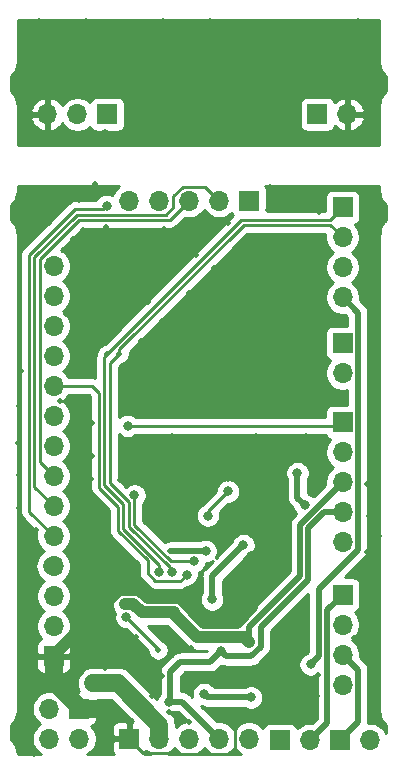
<source format=gbl>
G04 #@! TF.GenerationSoftware,KiCad,Pcbnew,(5.1.6-0-10_14)*
G04 #@! TF.CreationDate,2021-04-28T04:51:18+09:00*
G04 #@! TF.ProjectId,qPCR-panel_20210427,71504352-2d70-4616-9e65-6c5f32303231,rev?*
G04 #@! TF.SameCoordinates,Original*
G04 #@! TF.FileFunction,Copper,L2,Bot*
G04 #@! TF.FilePolarity,Positive*
%FSLAX46Y46*%
G04 Gerber Fmt 4.6, Leading zero omitted, Abs format (unit mm)*
G04 Created by KiCad (PCBNEW (5.1.6-0-10_14)) date 2021-04-28 04:51:18*
%MOMM*%
%LPD*%
G01*
G04 APERTURE LIST*
G04 #@! TA.AperFunction,ComponentPad*
%ADD10O,1.700000X1.700000*%
G04 #@! TD*
G04 #@! TA.AperFunction,ComponentPad*
%ADD11R,1.700000X1.700000*%
G04 #@! TD*
G04 #@! TA.AperFunction,ViaPad*
%ADD12C,0.800000*%
G04 #@! TD*
G04 #@! TA.AperFunction,ViaPad*
%ADD13C,0.508000*%
G04 #@! TD*
G04 #@! TA.AperFunction,Conductor*
%ADD14C,1.524000*%
G04 #@! TD*
G04 #@! TA.AperFunction,Conductor*
%ADD15C,0.250000*%
G04 #@! TD*
G04 #@! TA.AperFunction,Conductor*
%ADD16C,1.016000*%
G04 #@! TD*
G04 #@! TA.AperFunction,Conductor*
%ADD17C,0.508000*%
G04 #@! TD*
G04 #@! TA.AperFunction,Conductor*
%ADD18C,0.254000*%
G04 #@! TD*
G04 APERTURE END LIST*
D10*
X103220000Y-73700000D03*
X105760000Y-73700000D03*
D11*
X108300000Y-73700000D03*
X126080000Y-73700000D03*
D10*
X128620000Y-73700000D03*
X103730000Y-86540000D03*
X103730000Y-89080000D03*
X103730000Y-91620000D03*
X103730000Y-94160000D03*
X103730000Y-96700000D03*
X103730000Y-99240000D03*
X103730000Y-101780000D03*
X103730000Y-104320000D03*
X103730000Y-106860000D03*
X103730000Y-109400000D03*
X103730000Y-111940000D03*
X103730000Y-114480000D03*
X103730000Y-117020000D03*
D11*
X103730000Y-119560000D03*
X127980000Y-126690000D03*
D10*
X130520000Y-126690000D03*
X103360000Y-126560000D03*
X103360000Y-124020000D03*
X105900000Y-126560000D03*
D11*
X105900000Y-124020000D03*
D10*
X128200000Y-109920000D03*
X128200000Y-107380000D03*
X128200000Y-104840000D03*
X128200000Y-102300000D03*
D11*
X128200000Y-99760000D03*
D10*
X128200000Y-95600000D03*
D11*
X128200000Y-93060000D03*
D10*
X128200000Y-121980000D03*
X128200000Y-119440000D03*
X128200000Y-116900000D03*
D11*
X128200000Y-114360000D03*
D10*
X120298000Y-126560000D03*
X117758000Y-126560000D03*
X115218000Y-126560000D03*
X112678000Y-126560000D03*
D11*
X110138000Y-126560000D03*
X120298000Y-81000000D03*
D10*
X117758000Y-81000000D03*
X115218000Y-81000000D03*
X112678000Y-81000000D03*
X110138000Y-81000000D03*
D11*
X122900000Y-126690000D03*
D10*
X125440000Y-126690000D03*
X128200000Y-89180000D03*
X128200000Y-86640000D03*
X128200000Y-84100000D03*
D11*
X128200000Y-81560000D03*
D12*
X102500000Y-66000000D03*
X102500000Y-71000000D03*
X109500000Y-67000000D03*
X105000000Y-68500000D03*
X106500000Y-66000000D03*
X102500000Y-76000000D03*
X112000000Y-76000000D03*
X116000000Y-76000000D03*
X113500000Y-74500000D03*
X120000000Y-75500000D03*
X108000000Y-69500000D03*
X113000000Y-66000000D03*
X117000000Y-66000000D03*
X121500000Y-67000000D03*
X118500000Y-67000000D03*
X129500000Y-66000000D03*
X125000000Y-66500000D03*
X129500000Y-68500000D03*
X129500000Y-76000000D03*
X124500000Y-76000000D03*
X127500000Y-70500000D03*
X127222500Y-68277500D03*
X119360000Y-69140000D03*
X119636999Y-71466999D03*
X115250000Y-68250000D03*
X110750000Y-68250000D03*
X108114999Y-75385001D03*
X123630000Y-72540000D03*
X110555000Y-72995000D03*
D13*
X107270000Y-79580000D03*
X105890000Y-80930000D03*
X100880000Y-79920000D03*
X103900000Y-79950000D03*
X101000000Y-82900000D03*
X103360000Y-82900000D03*
X102650000Y-81540000D03*
X100950000Y-95440000D03*
X102220000Y-108870000D03*
X100850000Y-107020000D03*
X100690000Y-101550000D03*
X100800000Y-98400000D03*
X100780000Y-104240000D03*
X100920000Y-110950000D03*
X102650000Y-110720000D03*
X102580000Y-113140000D03*
X102530000Y-115680000D03*
X102440000Y-118060000D03*
X102270000Y-121170000D03*
X102440000Y-122640000D03*
X102270000Y-125240000D03*
X102100000Y-127810000D03*
X101050000Y-126610000D03*
X100990000Y-123800000D03*
X101020000Y-120110000D03*
X100990000Y-117290000D03*
X101050000Y-114420000D03*
X107570000Y-127740000D03*
X108070000Y-126490000D03*
X111560000Y-127740000D03*
X113920000Y-127580000D03*
X116490000Y-127620000D03*
X119030000Y-127570000D03*
X111463800Y-94096200D03*
D12*
X120555550Y-111183360D03*
D13*
X105400000Y-84260000D03*
X106200000Y-83460000D03*
X104800000Y-90560000D03*
X104800000Y-87860000D03*
X105300000Y-85960000D03*
X108200000Y-83260000D03*
X107400000Y-85760000D03*
X106200000Y-87060000D03*
X106100000Y-89060000D03*
X106600000Y-91060000D03*
X108600000Y-92560000D03*
X108100000Y-90360000D03*
X108100000Y-88260000D03*
X109400000Y-84760000D03*
X109200000Y-86860000D03*
X109600000Y-89160000D03*
X109900000Y-91060000D03*
X111700000Y-89560000D03*
X111500000Y-87460000D03*
X111200000Y-85560000D03*
X110900000Y-83560000D03*
X113100000Y-83360000D03*
X113500000Y-84960000D03*
X113600000Y-86860000D03*
X115800000Y-85560000D03*
X115800000Y-83960000D03*
X117200000Y-82760000D03*
X118500000Y-82860000D03*
X121900000Y-81760000D03*
X122100000Y-79860000D03*
X123800000Y-81060000D03*
X126000000Y-79960000D03*
X126200000Y-81960000D03*
X129600000Y-80060000D03*
X130200000Y-82760000D03*
X129900000Y-85360000D03*
X130600000Y-87160000D03*
X131300000Y-83860000D03*
X131100000Y-81460000D03*
X131000000Y-89260000D03*
X131100000Y-92060000D03*
X130600000Y-93560000D03*
X131100000Y-96460000D03*
X130500000Y-98060000D03*
X131000000Y-99860000D03*
X130700000Y-101760000D03*
X131200000Y-103560000D03*
X130300000Y-104960000D03*
X131200000Y-106260000D03*
X130400000Y-107660000D03*
X131300000Y-109360000D03*
X130300000Y-110760000D03*
X131100000Y-112560000D03*
X130300000Y-114360000D03*
X131100000Y-116360000D03*
X129200000Y-118060000D03*
X130800000Y-119560000D03*
X130500000Y-121060000D03*
X131000000Y-122960000D03*
X126000000Y-122960000D03*
X124200000Y-123060000D03*
X122800000Y-123060000D03*
X124800000Y-121360000D03*
X125100000Y-122260000D03*
X126100000Y-121160000D03*
X118800000Y-125060000D03*
X115200000Y-125160000D03*
X113500000Y-124260000D03*
X112100000Y-122960000D03*
X110700000Y-121360000D03*
X112000000Y-119860000D03*
X112900000Y-121260000D03*
X113700000Y-119260000D03*
X115400000Y-118860000D03*
X108100000Y-120560000D03*
X107300000Y-119060000D03*
X107300000Y-117560000D03*
X108400000Y-116660000D03*
X109100000Y-117860000D03*
X110700000Y-117960000D03*
X108900000Y-119060000D03*
X107200000Y-114360000D03*
X108100000Y-113160000D03*
X106400000Y-111360000D03*
X108300000Y-110060000D03*
X106400000Y-109560000D03*
X108200000Y-107460000D03*
X106300000Y-105560000D03*
X106900000Y-104560000D03*
X107100000Y-107460000D03*
X109400000Y-104660000D03*
X110600000Y-104860000D03*
X112900000Y-104560000D03*
X116300000Y-104560000D03*
X118500000Y-104560000D03*
X105100000Y-103660000D03*
X107000000Y-102660000D03*
X104900000Y-100660000D03*
X107000000Y-99860000D03*
X105500000Y-102160000D03*
X104300000Y-97960000D03*
X105600000Y-98560000D03*
X111100000Y-92860000D03*
X112900000Y-91160000D03*
X115200000Y-88860000D03*
X117300000Y-86660000D03*
X120100000Y-83960000D03*
X126500000Y-84060000D03*
X123300000Y-84060000D03*
X119800000Y-86160000D03*
X121100000Y-88760000D03*
X117400000Y-90760000D03*
X118800000Y-88760000D03*
X115100000Y-92160000D03*
X113300000Y-93760000D03*
X116500000Y-94660000D03*
X114100000Y-96160000D03*
X120900000Y-90760000D03*
X118500000Y-92960000D03*
X122900000Y-86560000D03*
X125300000Y-85960000D03*
X125700000Y-88360000D03*
X123700000Y-90060000D03*
X127100000Y-87960000D03*
X128000000Y-91060000D03*
X126600000Y-93760000D03*
X125600000Y-91760000D03*
X122900000Y-92960000D03*
X120500000Y-94460000D03*
X117200000Y-96460000D03*
X114800000Y-98360000D03*
X113800000Y-100960000D03*
X114400000Y-102860000D03*
X117100000Y-101160000D03*
X118800000Y-102760000D03*
X120900000Y-100960000D03*
X122600000Y-102860000D03*
X125100000Y-100960000D03*
X125200000Y-103160000D03*
X125200000Y-99060000D03*
X122000000Y-99160000D03*
X118400000Y-99260000D03*
X120200000Y-97260000D03*
X122900000Y-96060000D03*
X124800000Y-94660000D03*
X124400000Y-97460000D03*
X107100000Y-121860000D03*
D12*
X125036130Y-106796130D03*
X124374857Y-104059837D03*
D13*
X113623762Y-110660000D03*
D12*
X116600000Y-110660000D03*
X125500000Y-120260000D03*
X115000000Y-112660000D03*
X108230000Y-81450000D03*
X110000000Y-100060000D03*
D13*
X112600000Y-119060000D03*
D12*
X109900000Y-116260000D03*
X117152801Y-114752000D03*
X119800000Y-110160000D03*
X117900000Y-119160000D03*
X113519855Y-123406229D03*
X120300000Y-118360000D03*
X113900000Y-115860000D03*
X109800000Y-115160000D03*
X110582346Y-105942346D03*
X115605439Y-111514000D03*
X118505858Y-105609999D03*
X116800000Y-107660000D03*
D13*
X109300000Y-93960000D03*
D12*
X113800000Y-112460000D03*
D13*
X108300000Y-93960000D03*
D12*
X112700000Y-112460000D03*
X120451166Y-123051876D03*
X116480000Y-122770000D03*
D14*
X107598000Y-124020000D02*
X105900000Y-124020000D01*
X103730000Y-121708238D02*
X103730000Y-119560000D01*
X105900000Y-123878238D02*
X103730000Y-121708238D01*
X105900000Y-124020000D02*
X105900000Y-123878238D01*
D15*
X107240000Y-79580000D02*
X105890000Y-80930000D01*
X107270000Y-79580000D02*
X107240000Y-79580000D01*
X118726001Y-127873999D02*
X119030000Y-127570000D01*
X116743999Y-127873999D02*
X118726001Y-127873999D01*
X116490000Y-127620000D02*
X116743999Y-127873999D01*
X113760000Y-127740000D02*
X111560000Y-127740000D01*
X113920000Y-127580000D02*
X113760000Y-127740000D01*
X101040000Y-82940000D02*
X101000000Y-82900000D01*
X111318000Y-127740000D02*
X110138000Y-126560000D01*
X111560000Y-127740000D02*
X111318000Y-127740000D01*
D16*
X120555550Y-111183360D02*
X120555550Y-115443964D01*
X120555550Y-115443964D02*
X119255523Y-116743991D01*
X116503688Y-116743991D02*
X114403687Y-114643990D01*
X119255523Y-116743991D02*
X116503688Y-116743991D01*
X110995686Y-113935989D02*
X109296313Y-113935989D01*
X103730000Y-119502302D02*
X103730000Y-119560000D01*
X111703687Y-114643990D02*
X110995686Y-113935989D01*
X109296313Y-113935989D02*
X103730000Y-119502302D01*
X114403687Y-114643990D02*
X111703687Y-114643990D01*
D15*
X114173999Y-127833999D02*
X116276001Y-127833999D01*
X116276001Y-127833999D02*
X116490000Y-127620000D01*
X113920000Y-127580000D02*
X114173999Y-127833999D01*
X114300000Y-124260000D02*
X115200000Y-125160000D01*
X113500000Y-124260000D02*
X114300000Y-124260000D01*
X119053999Y-127546001D02*
X119030000Y-127570000D01*
X119053999Y-125313999D02*
X119053999Y-127546001D01*
X118800000Y-125060000D02*
X119053999Y-125313999D01*
X105000000Y-97960000D02*
X105600000Y-98560000D01*
X104300000Y-97960000D02*
X105000000Y-97960000D01*
D17*
X129504001Y-125165999D02*
X127980000Y-126690000D01*
X129504001Y-120744001D02*
X129504001Y-125165999D01*
X128200000Y-119440000D02*
X129504001Y-120744001D01*
D14*
X103588238Y-111940000D02*
X103730000Y-111940000D01*
X109180081Y-121860000D02*
X107100000Y-121860000D01*
X112678000Y-125357919D02*
X109180081Y-121860000D01*
X112678000Y-126560000D02*
X112678000Y-125357919D01*
D17*
X124374857Y-106134857D02*
X125036130Y-106796130D01*
X124374857Y-104059837D02*
X124374857Y-106134857D01*
X116600000Y-110660000D02*
X113623762Y-110660000D01*
X129504001Y-110538797D02*
X126187989Y-113854809D01*
X129504001Y-90484001D02*
X129504001Y-110538797D01*
X128200000Y-89180000D02*
X129504001Y-90484001D01*
X126187989Y-119572011D02*
X125500000Y-120260000D01*
X126187989Y-113854809D02*
X126187989Y-119572011D01*
D15*
X107027990Y-96700000D02*
X103730000Y-96700000D01*
X107587990Y-105293812D02*
X107587990Y-97260000D01*
X109199980Y-106905802D02*
X107587990Y-105293812D01*
X107587990Y-97260000D02*
X107027990Y-96700000D01*
X109199980Y-108964291D02*
X109199980Y-106905802D01*
X111700000Y-111464311D02*
X109199980Y-108964291D01*
X114474999Y-113185001D02*
X112351999Y-113185001D01*
X111700000Y-112533002D02*
X111700000Y-111464311D01*
X112351999Y-113185001D02*
X111700000Y-112533002D01*
X115000000Y-112660000D02*
X114474999Y-113185001D01*
X115218000Y-81000000D02*
X113592989Y-82625011D01*
X102554999Y-85975999D02*
X102554999Y-103144999D01*
X102554999Y-103144999D02*
X103730000Y-104320000D01*
X105905987Y-82625011D02*
X102554999Y-85975999D01*
X113592989Y-82625011D02*
X105905987Y-82625011D01*
X102104989Y-105234989D02*
X103730000Y-106860000D01*
X113242001Y-82175001D02*
X105719586Y-82175002D01*
X113853001Y-80625997D02*
X113853001Y-81564001D01*
X102104989Y-85789599D02*
X102104989Y-105234989D01*
X105719586Y-82175002D02*
X102104989Y-85789599D01*
X114653999Y-79824999D02*
X113853001Y-80625997D01*
X116582999Y-79824999D02*
X114653999Y-79824999D01*
X113853001Y-81564001D02*
X113242001Y-82175001D01*
X117758000Y-81000000D02*
X116582999Y-79824999D01*
X101654980Y-107324980D02*
X103730000Y-109400000D01*
X101654980Y-85603198D02*
X101654980Y-107324980D01*
X105533187Y-81724993D02*
X101654980Y-85603198D01*
X107955007Y-81724993D02*
X105533187Y-81724993D01*
X108230000Y-81450000D02*
X107955007Y-81724993D01*
X127900000Y-100060000D02*
X128200000Y-99760000D01*
X110000000Y-100060000D02*
X127900000Y-100060000D01*
X112600000Y-118960000D02*
X112600000Y-119060000D01*
X109900000Y-116260000D02*
X112600000Y-118960000D01*
D17*
X117152801Y-112807199D02*
X119800000Y-110160000D01*
X117152801Y-114752000D02*
X117152801Y-112807199D01*
X126895999Y-125234001D02*
X125440000Y-126690000D01*
X126895999Y-115664001D02*
X126895999Y-125234001D01*
X128200000Y-114360000D02*
X126895999Y-115664001D01*
X117900000Y-119160000D02*
X118299999Y-119559999D01*
X128200000Y-107380000D02*
X126661276Y-107380000D01*
X125308010Y-108733266D02*
X125308010Y-113114638D01*
X126661276Y-107380000D02*
X125308010Y-108733266D01*
X125246639Y-113114638D02*
X121262010Y-117099267D01*
X125308010Y-113114638D02*
X125246639Y-113114638D01*
X121262010Y-118758477D02*
X120460488Y-119559999D01*
X120460488Y-119559999D02*
X118299999Y-119559999D01*
X121262010Y-117099267D02*
X121262010Y-118758477D01*
X114604229Y-123406229D02*
X113519855Y-123406229D01*
X117758000Y-126560000D02*
X114604229Y-123406229D01*
X117900000Y-119160000D02*
X117010000Y-120050000D01*
X113608001Y-123318083D02*
X113519855Y-123406229D01*
X113608001Y-120920159D02*
X113608001Y-123318083D01*
X114478160Y-120050000D02*
X113608001Y-120920159D01*
X117010000Y-120050000D02*
X114478160Y-120050000D01*
D16*
X113900000Y-115860000D02*
X111200000Y-115860000D01*
D17*
X120300000Y-117060000D02*
X120300000Y-118360000D01*
X124600000Y-112760000D02*
X120300000Y-117060000D01*
X124600000Y-108440000D02*
X124600000Y-112760000D01*
X128200000Y-104840000D02*
X124600000Y-108440000D01*
D16*
X119900001Y-117960001D02*
X115900001Y-117960001D01*
X120300000Y-118360000D02*
X119900001Y-117960001D01*
X113900000Y-115960000D02*
X113900000Y-115860000D01*
X115900001Y-117960001D02*
X113900000Y-115960000D01*
X110491999Y-115151999D02*
X109800000Y-115151999D01*
X111200000Y-115860000D02*
X110491999Y-115151999D01*
D15*
X113658919Y-111514000D02*
X115605439Y-111514000D01*
X110582346Y-108437427D02*
X113658919Y-111514000D01*
X110582346Y-105942346D02*
X110582346Y-108437427D01*
X116800000Y-107315857D02*
X116800000Y-107660000D01*
X118505858Y-105609999D02*
X116800000Y-107315857D01*
X119821389Y-83075021D02*
X109300000Y-93596410D01*
X127175021Y-83075021D02*
X119821389Y-83075021D01*
X109300000Y-93596410D02*
X109300000Y-93960000D01*
X128200000Y-84100000D02*
X127175021Y-83075021D01*
X110100000Y-106533002D02*
X108488010Y-104921012D01*
X108488010Y-104921012D02*
X108488010Y-94771990D01*
X113800000Y-112260000D02*
X113504010Y-111964010D01*
X113472518Y-111964009D02*
X110100000Y-108591491D01*
X113504010Y-111964010D02*
X113472518Y-111964009D01*
X108488010Y-94771990D02*
X109300000Y-93960000D01*
X110100000Y-108591491D02*
X110100000Y-106533002D01*
X113800000Y-112460000D02*
X113800000Y-112260000D01*
X119634989Y-82625011D02*
X108300000Y-93960000D01*
X127134989Y-82625011D02*
X119634989Y-82625011D01*
X128200000Y-81560000D02*
X127134989Y-82625011D01*
X108038000Y-94222000D02*
X108300000Y-93960000D01*
X108038000Y-105107412D02*
X108038000Y-94222000D01*
X109649990Y-108777891D02*
X109649990Y-106719402D01*
X109649990Y-106719402D02*
X108038000Y-105107412D01*
X112700000Y-111827901D02*
X109649990Y-108777891D01*
X112700000Y-112460000D02*
X112700000Y-111827901D01*
D17*
X116761876Y-123051876D02*
X116480000Y-122770000D01*
X120451166Y-123051876D02*
X116761876Y-123051876D01*
D18*
G36*
X131315001Y-69333647D02*
G01*
X131318348Y-69367628D01*
X131318348Y-69378015D01*
X131319347Y-69387527D01*
X131336751Y-69542686D01*
X131349656Y-69603397D01*
X131361718Y-69664316D01*
X131364546Y-69673452D01*
X131411756Y-69822277D01*
X131436216Y-69879345D01*
X131459872Y-69936741D01*
X131464421Y-69945154D01*
X131539638Y-70081974D01*
X131574706Y-70133190D01*
X131609073Y-70184915D01*
X131615169Y-70192284D01*
X131715529Y-70311888D01*
X131759870Y-70355310D01*
X131803634Y-70399380D01*
X131811046Y-70405425D01*
X131873000Y-70455237D01*
X131873000Y-71744550D01*
X131795708Y-71808491D01*
X131751941Y-71852565D01*
X131707602Y-71895985D01*
X131701505Y-71903354D01*
X131602825Y-72024348D01*
X131568466Y-72076063D01*
X131533393Y-72127285D01*
X131528844Y-72135698D01*
X131455544Y-72273556D01*
X131431879Y-72330971D01*
X131407427Y-72388022D01*
X131404600Y-72397154D01*
X131404600Y-72397156D01*
X131404599Y-72397158D01*
X131359472Y-72546628D01*
X131347414Y-72607524D01*
X131334505Y-72668256D01*
X131333505Y-72677768D01*
X131318269Y-72833155D01*
X131318269Y-72833164D01*
X131315000Y-72866354D01*
X131315001Y-76315000D01*
X100685000Y-76315000D01*
X100685000Y-74056891D01*
X101778519Y-74056891D01*
X101875843Y-74331252D01*
X102024822Y-74581355D01*
X102219731Y-74797588D01*
X102453080Y-74971641D01*
X102715901Y-75096825D01*
X102863110Y-75141476D01*
X103093000Y-75020155D01*
X103093000Y-73827000D01*
X101899186Y-73827000D01*
X101778519Y-74056891D01*
X100685000Y-74056891D01*
X100685000Y-73343109D01*
X101778519Y-73343109D01*
X101899186Y-73573000D01*
X103093000Y-73573000D01*
X103093000Y-72379845D01*
X103347000Y-72379845D01*
X103347000Y-73573000D01*
X103367000Y-73573000D01*
X103367000Y-73827000D01*
X103347000Y-73827000D01*
X103347000Y-75020155D01*
X103576890Y-75141476D01*
X103724099Y-75096825D01*
X103986920Y-74971641D01*
X104220269Y-74797588D01*
X104415178Y-74581355D01*
X104484805Y-74464466D01*
X104606525Y-74646632D01*
X104813368Y-74853475D01*
X105056589Y-75015990D01*
X105326842Y-75127932D01*
X105613740Y-75185000D01*
X105906260Y-75185000D01*
X106193158Y-75127932D01*
X106463411Y-75015990D01*
X106706632Y-74853475D01*
X106838487Y-74721620D01*
X106860498Y-74794180D01*
X106919463Y-74904494D01*
X106998815Y-75001185D01*
X107095506Y-75080537D01*
X107205820Y-75139502D01*
X107325518Y-75175812D01*
X107450000Y-75188072D01*
X109150000Y-75188072D01*
X109274482Y-75175812D01*
X109394180Y-75139502D01*
X109504494Y-75080537D01*
X109601185Y-75001185D01*
X109680537Y-74904494D01*
X109739502Y-74794180D01*
X109775812Y-74674482D01*
X109788072Y-74550000D01*
X109788072Y-72850000D01*
X124591928Y-72850000D01*
X124591928Y-74550000D01*
X124604188Y-74674482D01*
X124640498Y-74794180D01*
X124699463Y-74904494D01*
X124778815Y-75001185D01*
X124875506Y-75080537D01*
X124985820Y-75139502D01*
X125105518Y-75175812D01*
X125230000Y-75188072D01*
X126930000Y-75188072D01*
X127054482Y-75175812D01*
X127174180Y-75139502D01*
X127284494Y-75080537D01*
X127381185Y-75001185D01*
X127460537Y-74904494D01*
X127519502Y-74794180D01*
X127543966Y-74713534D01*
X127619731Y-74797588D01*
X127853080Y-74971641D01*
X128115901Y-75096825D01*
X128263110Y-75141476D01*
X128493000Y-75020155D01*
X128493000Y-73827000D01*
X128747000Y-73827000D01*
X128747000Y-75020155D01*
X128976890Y-75141476D01*
X129124099Y-75096825D01*
X129386920Y-74971641D01*
X129620269Y-74797588D01*
X129815178Y-74581355D01*
X129964157Y-74331252D01*
X130061481Y-74056891D01*
X129940814Y-73827000D01*
X128747000Y-73827000D01*
X128493000Y-73827000D01*
X128473000Y-73827000D01*
X128473000Y-73573000D01*
X128493000Y-73573000D01*
X128493000Y-72379845D01*
X128747000Y-72379845D01*
X128747000Y-73573000D01*
X129940814Y-73573000D01*
X130061481Y-73343109D01*
X129964157Y-73068748D01*
X129815178Y-72818645D01*
X129620269Y-72602412D01*
X129386920Y-72428359D01*
X129124099Y-72303175D01*
X128976890Y-72258524D01*
X128747000Y-72379845D01*
X128493000Y-72379845D01*
X128263110Y-72258524D01*
X128115901Y-72303175D01*
X127853080Y-72428359D01*
X127619731Y-72602412D01*
X127543966Y-72686466D01*
X127519502Y-72605820D01*
X127460537Y-72495506D01*
X127381185Y-72398815D01*
X127284494Y-72319463D01*
X127174180Y-72260498D01*
X127054482Y-72224188D01*
X126930000Y-72211928D01*
X125230000Y-72211928D01*
X125105518Y-72224188D01*
X124985820Y-72260498D01*
X124875506Y-72319463D01*
X124778815Y-72398815D01*
X124699463Y-72495506D01*
X124640498Y-72605820D01*
X124604188Y-72725518D01*
X124591928Y-72850000D01*
X109788072Y-72850000D01*
X109775812Y-72725518D01*
X109739502Y-72605820D01*
X109680537Y-72495506D01*
X109601185Y-72398815D01*
X109504494Y-72319463D01*
X109394180Y-72260498D01*
X109274482Y-72224188D01*
X109150000Y-72211928D01*
X107450000Y-72211928D01*
X107325518Y-72224188D01*
X107205820Y-72260498D01*
X107095506Y-72319463D01*
X106998815Y-72398815D01*
X106919463Y-72495506D01*
X106860498Y-72605820D01*
X106838487Y-72678380D01*
X106706632Y-72546525D01*
X106463411Y-72384010D01*
X106193158Y-72272068D01*
X105906260Y-72215000D01*
X105613740Y-72215000D01*
X105326842Y-72272068D01*
X105056589Y-72384010D01*
X104813368Y-72546525D01*
X104606525Y-72753368D01*
X104484805Y-72935534D01*
X104415178Y-72818645D01*
X104220269Y-72602412D01*
X103986920Y-72428359D01*
X103724099Y-72303175D01*
X103576890Y-72258524D01*
X103347000Y-72379845D01*
X103093000Y-72379845D01*
X102863110Y-72258524D01*
X102715901Y-72303175D01*
X102453080Y-72428359D01*
X102219731Y-72602412D01*
X102024822Y-72818645D01*
X101875843Y-73068748D01*
X101778519Y-73343109D01*
X100685000Y-73343109D01*
X100685000Y-72866353D01*
X100681652Y-72832362D01*
X100681652Y-72821985D01*
X100680653Y-72812473D01*
X100663249Y-72657314D01*
X100650345Y-72596609D01*
X100638282Y-72535684D01*
X100635454Y-72526547D01*
X100588244Y-72377723D01*
X100563770Y-72320622D01*
X100540127Y-72263259D01*
X100535579Y-72254846D01*
X100460362Y-72118026D01*
X100425283Y-72066795D01*
X100390927Y-72015085D01*
X100384831Y-72007716D01*
X100284471Y-71888112D01*
X100240110Y-71844671D01*
X100196365Y-71800620D01*
X100188954Y-71794575D01*
X100127000Y-71744763D01*
X100127000Y-70455450D01*
X100204291Y-70391509D01*
X100248020Y-70347474D01*
X100292398Y-70304016D01*
X100298495Y-70296646D01*
X100397174Y-70175653D01*
X100431513Y-70123968D01*
X100466607Y-70072715D01*
X100471156Y-70064301D01*
X100544456Y-69926444D01*
X100568114Y-69869045D01*
X100592573Y-69811978D01*
X100595399Y-69802849D01*
X100595401Y-69802843D01*
X100595402Y-69802837D01*
X100640528Y-69653372D01*
X100652584Y-69592483D01*
X100665495Y-69531744D01*
X100666495Y-69522232D01*
X100681731Y-69366845D01*
X100681731Y-69366837D01*
X100685000Y-69333647D01*
X100685000Y-65685000D01*
X131315000Y-65685000D01*
X131315001Y-69333647D01*
G37*
X131315001Y-69333647D02*
X131318348Y-69367628D01*
X131318348Y-69378015D01*
X131319347Y-69387527D01*
X131336751Y-69542686D01*
X131349656Y-69603397D01*
X131361718Y-69664316D01*
X131364546Y-69673452D01*
X131411756Y-69822277D01*
X131436216Y-69879345D01*
X131459872Y-69936741D01*
X131464421Y-69945154D01*
X131539638Y-70081974D01*
X131574706Y-70133190D01*
X131609073Y-70184915D01*
X131615169Y-70192284D01*
X131715529Y-70311888D01*
X131759870Y-70355310D01*
X131803634Y-70399380D01*
X131811046Y-70405425D01*
X131873000Y-70455237D01*
X131873000Y-71744550D01*
X131795708Y-71808491D01*
X131751941Y-71852565D01*
X131707602Y-71895985D01*
X131701505Y-71903354D01*
X131602825Y-72024348D01*
X131568466Y-72076063D01*
X131533393Y-72127285D01*
X131528844Y-72135698D01*
X131455544Y-72273556D01*
X131431879Y-72330971D01*
X131407427Y-72388022D01*
X131404600Y-72397154D01*
X131404600Y-72397156D01*
X131404599Y-72397158D01*
X131359472Y-72546628D01*
X131347414Y-72607524D01*
X131334505Y-72668256D01*
X131333505Y-72677768D01*
X131318269Y-72833155D01*
X131318269Y-72833164D01*
X131315000Y-72866354D01*
X131315001Y-76315000D01*
X100685000Y-76315000D01*
X100685000Y-74056891D01*
X101778519Y-74056891D01*
X101875843Y-74331252D01*
X102024822Y-74581355D01*
X102219731Y-74797588D01*
X102453080Y-74971641D01*
X102715901Y-75096825D01*
X102863110Y-75141476D01*
X103093000Y-75020155D01*
X103093000Y-73827000D01*
X101899186Y-73827000D01*
X101778519Y-74056891D01*
X100685000Y-74056891D01*
X100685000Y-73343109D01*
X101778519Y-73343109D01*
X101899186Y-73573000D01*
X103093000Y-73573000D01*
X103093000Y-72379845D01*
X103347000Y-72379845D01*
X103347000Y-73573000D01*
X103367000Y-73573000D01*
X103367000Y-73827000D01*
X103347000Y-73827000D01*
X103347000Y-75020155D01*
X103576890Y-75141476D01*
X103724099Y-75096825D01*
X103986920Y-74971641D01*
X104220269Y-74797588D01*
X104415178Y-74581355D01*
X104484805Y-74464466D01*
X104606525Y-74646632D01*
X104813368Y-74853475D01*
X105056589Y-75015990D01*
X105326842Y-75127932D01*
X105613740Y-75185000D01*
X105906260Y-75185000D01*
X106193158Y-75127932D01*
X106463411Y-75015990D01*
X106706632Y-74853475D01*
X106838487Y-74721620D01*
X106860498Y-74794180D01*
X106919463Y-74904494D01*
X106998815Y-75001185D01*
X107095506Y-75080537D01*
X107205820Y-75139502D01*
X107325518Y-75175812D01*
X107450000Y-75188072D01*
X109150000Y-75188072D01*
X109274482Y-75175812D01*
X109394180Y-75139502D01*
X109504494Y-75080537D01*
X109601185Y-75001185D01*
X109680537Y-74904494D01*
X109739502Y-74794180D01*
X109775812Y-74674482D01*
X109788072Y-74550000D01*
X109788072Y-72850000D01*
X124591928Y-72850000D01*
X124591928Y-74550000D01*
X124604188Y-74674482D01*
X124640498Y-74794180D01*
X124699463Y-74904494D01*
X124778815Y-75001185D01*
X124875506Y-75080537D01*
X124985820Y-75139502D01*
X125105518Y-75175812D01*
X125230000Y-75188072D01*
X126930000Y-75188072D01*
X127054482Y-75175812D01*
X127174180Y-75139502D01*
X127284494Y-75080537D01*
X127381185Y-75001185D01*
X127460537Y-74904494D01*
X127519502Y-74794180D01*
X127543966Y-74713534D01*
X127619731Y-74797588D01*
X127853080Y-74971641D01*
X128115901Y-75096825D01*
X128263110Y-75141476D01*
X128493000Y-75020155D01*
X128493000Y-73827000D01*
X128747000Y-73827000D01*
X128747000Y-75020155D01*
X128976890Y-75141476D01*
X129124099Y-75096825D01*
X129386920Y-74971641D01*
X129620269Y-74797588D01*
X129815178Y-74581355D01*
X129964157Y-74331252D01*
X130061481Y-74056891D01*
X129940814Y-73827000D01*
X128747000Y-73827000D01*
X128493000Y-73827000D01*
X128473000Y-73827000D01*
X128473000Y-73573000D01*
X128493000Y-73573000D01*
X128493000Y-72379845D01*
X128747000Y-72379845D01*
X128747000Y-73573000D01*
X129940814Y-73573000D01*
X130061481Y-73343109D01*
X129964157Y-73068748D01*
X129815178Y-72818645D01*
X129620269Y-72602412D01*
X129386920Y-72428359D01*
X129124099Y-72303175D01*
X128976890Y-72258524D01*
X128747000Y-72379845D01*
X128493000Y-72379845D01*
X128263110Y-72258524D01*
X128115901Y-72303175D01*
X127853080Y-72428359D01*
X127619731Y-72602412D01*
X127543966Y-72686466D01*
X127519502Y-72605820D01*
X127460537Y-72495506D01*
X127381185Y-72398815D01*
X127284494Y-72319463D01*
X127174180Y-72260498D01*
X127054482Y-72224188D01*
X126930000Y-72211928D01*
X125230000Y-72211928D01*
X125105518Y-72224188D01*
X124985820Y-72260498D01*
X124875506Y-72319463D01*
X124778815Y-72398815D01*
X124699463Y-72495506D01*
X124640498Y-72605820D01*
X124604188Y-72725518D01*
X124591928Y-72850000D01*
X109788072Y-72850000D01*
X109775812Y-72725518D01*
X109739502Y-72605820D01*
X109680537Y-72495506D01*
X109601185Y-72398815D01*
X109504494Y-72319463D01*
X109394180Y-72260498D01*
X109274482Y-72224188D01*
X109150000Y-72211928D01*
X107450000Y-72211928D01*
X107325518Y-72224188D01*
X107205820Y-72260498D01*
X107095506Y-72319463D01*
X106998815Y-72398815D01*
X106919463Y-72495506D01*
X106860498Y-72605820D01*
X106838487Y-72678380D01*
X106706632Y-72546525D01*
X106463411Y-72384010D01*
X106193158Y-72272068D01*
X105906260Y-72215000D01*
X105613740Y-72215000D01*
X105326842Y-72272068D01*
X105056589Y-72384010D01*
X104813368Y-72546525D01*
X104606525Y-72753368D01*
X104484805Y-72935534D01*
X104415178Y-72818645D01*
X104220269Y-72602412D01*
X103986920Y-72428359D01*
X103724099Y-72303175D01*
X103576890Y-72258524D01*
X103347000Y-72379845D01*
X103093000Y-72379845D01*
X102863110Y-72258524D01*
X102715901Y-72303175D01*
X102453080Y-72428359D01*
X102219731Y-72602412D01*
X102024822Y-72818645D01*
X101875843Y-73068748D01*
X101778519Y-73343109D01*
X100685000Y-73343109D01*
X100685000Y-72866353D01*
X100681652Y-72832362D01*
X100681652Y-72821985D01*
X100680653Y-72812473D01*
X100663249Y-72657314D01*
X100650345Y-72596609D01*
X100638282Y-72535684D01*
X100635454Y-72526547D01*
X100588244Y-72377723D01*
X100563770Y-72320622D01*
X100540127Y-72263259D01*
X100535579Y-72254846D01*
X100460362Y-72118026D01*
X100425283Y-72066795D01*
X100390927Y-72015085D01*
X100384831Y-72007716D01*
X100284471Y-71888112D01*
X100240110Y-71844671D01*
X100196365Y-71800620D01*
X100188954Y-71794575D01*
X100127000Y-71744763D01*
X100127000Y-70455450D01*
X100204291Y-70391509D01*
X100248020Y-70347474D01*
X100292398Y-70304016D01*
X100298495Y-70296646D01*
X100397174Y-70175653D01*
X100431513Y-70123968D01*
X100466607Y-70072715D01*
X100471156Y-70064301D01*
X100544456Y-69926444D01*
X100568114Y-69869045D01*
X100592573Y-69811978D01*
X100595399Y-69802849D01*
X100595401Y-69802843D01*
X100595402Y-69802837D01*
X100640528Y-69653372D01*
X100652584Y-69592483D01*
X100665495Y-69531744D01*
X100666495Y-69522232D01*
X100681731Y-69366845D01*
X100681731Y-69366837D01*
X100685000Y-69333647D01*
X100685000Y-65685000D01*
X131315000Y-65685000D01*
X131315001Y-69333647D01*
G36*
X111731368Y-127713475D02*
G01*
X111973107Y-127875000D01*
X111422351Y-127875000D01*
X111439185Y-127861185D01*
X111518537Y-127764494D01*
X111577502Y-127654180D01*
X111599513Y-127581620D01*
X111731368Y-127713475D01*
G37*
X111731368Y-127713475D02*
X111973107Y-127875000D01*
X111422351Y-127875000D01*
X111439185Y-127861185D01*
X111518537Y-127764494D01*
X111577502Y-127654180D01*
X111599513Y-127581620D01*
X111731368Y-127713475D01*
G36*
X114064525Y-127506632D02*
G01*
X114271368Y-127713475D01*
X114513107Y-127875000D01*
X113382893Y-127875000D01*
X113624632Y-127713475D01*
X113831475Y-127506632D01*
X113948000Y-127332240D01*
X114064525Y-127506632D01*
G37*
X114064525Y-127506632D02*
X114271368Y-127713475D01*
X114513107Y-127875000D01*
X113382893Y-127875000D01*
X113624632Y-127713475D01*
X113831475Y-127506632D01*
X113948000Y-127332240D01*
X114064525Y-127506632D01*
G36*
X116604525Y-127506632D02*
G01*
X116811368Y-127713475D01*
X117053107Y-127875000D01*
X115922893Y-127875000D01*
X116164632Y-127713475D01*
X116371475Y-127506632D01*
X116488000Y-127332240D01*
X116604525Y-127506632D01*
G37*
X116604525Y-127506632D02*
X116811368Y-127713475D01*
X117053107Y-127875000D01*
X115922893Y-127875000D01*
X116164632Y-127713475D01*
X116371475Y-127506632D01*
X116488000Y-127332240D01*
X116604525Y-127506632D01*
G36*
X119144525Y-127506632D02*
G01*
X119351368Y-127713475D01*
X119593107Y-127875000D01*
X118462893Y-127875000D01*
X118704632Y-127713475D01*
X118911475Y-127506632D01*
X119028000Y-127332240D01*
X119144525Y-127506632D01*
G37*
X119144525Y-127506632D02*
X119351368Y-127713475D01*
X119593107Y-127875000D01*
X118462893Y-127875000D01*
X118704632Y-127713475D01*
X118911475Y-127506632D01*
X119028000Y-127332240D01*
X119144525Y-127506632D01*
G36*
X110421587Y-125077163D02*
G01*
X110265000Y-125233750D01*
X110265000Y-126433000D01*
X110285000Y-126433000D01*
X110285000Y-126687000D01*
X110265000Y-126687000D01*
X110265000Y-126707000D01*
X110011000Y-126707000D01*
X110011000Y-126687000D01*
X108811750Y-126687000D01*
X108653000Y-126845750D01*
X108649928Y-127410000D01*
X108662188Y-127534482D01*
X108698498Y-127654180D01*
X108757463Y-127764494D01*
X108836815Y-127861185D01*
X108853649Y-127875000D01*
X106604893Y-127875000D01*
X106846632Y-127713475D01*
X107053475Y-127506632D01*
X107215990Y-127263411D01*
X107327932Y-126993158D01*
X107385000Y-126706260D01*
X107385000Y-126413740D01*
X107327932Y-126126842D01*
X107215990Y-125856589D01*
X107118043Y-125710000D01*
X108649928Y-125710000D01*
X108653000Y-126274250D01*
X108811750Y-126433000D01*
X110011000Y-126433000D01*
X110011000Y-125233750D01*
X109852250Y-125075000D01*
X109288000Y-125071928D01*
X109163518Y-125084188D01*
X109043820Y-125120498D01*
X108933506Y-125179463D01*
X108836815Y-125258815D01*
X108757463Y-125355506D01*
X108698498Y-125465820D01*
X108662188Y-125585518D01*
X108649928Y-125710000D01*
X107118043Y-125710000D01*
X107053475Y-125613368D01*
X106921620Y-125481513D01*
X106994180Y-125459502D01*
X107104494Y-125400537D01*
X107201185Y-125321185D01*
X107280537Y-125224494D01*
X107339502Y-125114180D01*
X107375812Y-124994482D01*
X107388072Y-124870000D01*
X107385000Y-124305750D01*
X107226250Y-124147000D01*
X106027000Y-124147000D01*
X106027000Y-124167000D01*
X105773000Y-124167000D01*
X105773000Y-124147000D01*
X105753000Y-124147000D01*
X105753000Y-123893000D01*
X105773000Y-123893000D01*
X105773000Y-123873000D01*
X106027000Y-123873000D01*
X106027000Y-123893000D01*
X107226250Y-123893000D01*
X107385000Y-123734250D01*
X107387598Y-123257000D01*
X108601426Y-123257000D01*
X110421587Y-125077163D01*
G37*
X110421587Y-125077163D02*
X110265000Y-125233750D01*
X110265000Y-126433000D01*
X110285000Y-126433000D01*
X110285000Y-126687000D01*
X110265000Y-126687000D01*
X110265000Y-126707000D01*
X110011000Y-126707000D01*
X110011000Y-126687000D01*
X108811750Y-126687000D01*
X108653000Y-126845750D01*
X108649928Y-127410000D01*
X108662188Y-127534482D01*
X108698498Y-127654180D01*
X108757463Y-127764494D01*
X108836815Y-127861185D01*
X108853649Y-127875000D01*
X106604893Y-127875000D01*
X106846632Y-127713475D01*
X107053475Y-127506632D01*
X107215990Y-127263411D01*
X107327932Y-126993158D01*
X107385000Y-126706260D01*
X107385000Y-126413740D01*
X107327932Y-126126842D01*
X107215990Y-125856589D01*
X107118043Y-125710000D01*
X108649928Y-125710000D01*
X108653000Y-126274250D01*
X108811750Y-126433000D01*
X110011000Y-126433000D01*
X110011000Y-125233750D01*
X109852250Y-125075000D01*
X109288000Y-125071928D01*
X109163518Y-125084188D01*
X109043820Y-125120498D01*
X108933506Y-125179463D01*
X108836815Y-125258815D01*
X108757463Y-125355506D01*
X108698498Y-125465820D01*
X108662188Y-125585518D01*
X108649928Y-125710000D01*
X107118043Y-125710000D01*
X107053475Y-125613368D01*
X106921620Y-125481513D01*
X106994180Y-125459502D01*
X107104494Y-125400537D01*
X107201185Y-125321185D01*
X107280537Y-125224494D01*
X107339502Y-125114180D01*
X107375812Y-124994482D01*
X107388072Y-124870000D01*
X107385000Y-124305750D01*
X107226250Y-124147000D01*
X106027000Y-124147000D01*
X106027000Y-124167000D01*
X105773000Y-124167000D01*
X105773000Y-124147000D01*
X105753000Y-124147000D01*
X105753000Y-123893000D01*
X105773000Y-123893000D01*
X105773000Y-123873000D01*
X106027000Y-123873000D01*
X106027000Y-123893000D01*
X107226250Y-123893000D01*
X107385000Y-123734250D01*
X107387598Y-123257000D01*
X108601426Y-123257000D01*
X110421587Y-125077163D01*
G36*
X109191368Y-79846525D02*
G01*
X108984525Y-80053368D01*
X108822010Y-80296589D01*
X108723322Y-80534844D01*
X108720256Y-80532795D01*
X108531898Y-80454774D01*
X108331939Y-80415000D01*
X108128061Y-80415000D01*
X107928102Y-80454774D01*
X107739744Y-80532795D01*
X107570226Y-80646063D01*
X107426063Y-80790226D01*
X107312795Y-80959744D01*
X107310621Y-80964993D01*
X105570520Y-80964993D01*
X105533187Y-80961316D01*
X105495854Y-80964993D01*
X105449424Y-80969566D01*
X105384201Y-80975990D01*
X105240940Y-81019447D01*
X105108911Y-81090019D01*
X105022184Y-81161193D01*
X105022179Y-81161198D01*
X104993186Y-81184992D01*
X104969392Y-81213985D01*
X101143983Y-85039394D01*
X101114979Y-85063197D01*
X101074872Y-85112068D01*
X101020006Y-85178922D01*
X100971081Y-85270453D01*
X100949434Y-85310952D01*
X100905977Y-85454213D01*
X100894980Y-85565866D01*
X100894980Y-85565875D01*
X100891304Y-85603198D01*
X100894980Y-85640520D01*
X100894981Y-107287647D01*
X100891304Y-107324980D01*
X100894981Y-107362313D01*
X100904172Y-107455624D01*
X100905978Y-107473965D01*
X100949434Y-107617226D01*
X101020006Y-107749256D01*
X101087199Y-107831130D01*
X101114980Y-107864981D01*
X101143978Y-107888779D01*
X102288790Y-109033593D01*
X102245000Y-109253740D01*
X102245000Y-109546260D01*
X102302068Y-109833158D01*
X102414010Y-110103411D01*
X102576525Y-110346632D01*
X102783368Y-110553475D01*
X102957760Y-110670000D01*
X102783368Y-110786525D01*
X102745476Y-110824417D01*
X102595630Y-110947392D01*
X102421055Y-111160113D01*
X102291334Y-111402805D01*
X102211452Y-111666140D01*
X102184479Y-111940000D01*
X102211452Y-112213860D01*
X102291334Y-112477195D01*
X102421055Y-112719887D01*
X102595630Y-112932608D01*
X102745476Y-113055583D01*
X102783368Y-113093475D01*
X102957760Y-113210000D01*
X102783368Y-113326525D01*
X102576525Y-113533368D01*
X102414010Y-113776589D01*
X102302068Y-114046842D01*
X102245000Y-114333740D01*
X102245000Y-114626260D01*
X102302068Y-114913158D01*
X102414010Y-115183411D01*
X102576525Y-115426632D01*
X102783368Y-115633475D01*
X102957760Y-115750000D01*
X102783368Y-115866525D01*
X102576525Y-116073368D01*
X102414010Y-116316589D01*
X102302068Y-116586842D01*
X102245000Y-116873740D01*
X102245000Y-117166260D01*
X102302068Y-117453158D01*
X102414010Y-117723411D01*
X102576525Y-117966632D01*
X102708380Y-118098487D01*
X102635820Y-118120498D01*
X102525506Y-118179463D01*
X102428815Y-118258815D01*
X102349463Y-118355506D01*
X102290498Y-118465820D01*
X102254188Y-118585518D01*
X102241928Y-118710000D01*
X102245000Y-119274250D01*
X102403750Y-119433000D01*
X103603000Y-119433000D01*
X103603000Y-119413000D01*
X103857000Y-119413000D01*
X103857000Y-119433000D01*
X105056250Y-119433000D01*
X105215000Y-119274250D01*
X105218072Y-118710000D01*
X105205812Y-118585518D01*
X105169502Y-118465820D01*
X105110537Y-118355506D01*
X105031185Y-118258815D01*
X104934494Y-118179463D01*
X104824180Y-118120498D01*
X104751620Y-118098487D01*
X104883475Y-117966632D01*
X105045990Y-117723411D01*
X105157932Y-117453158D01*
X105215000Y-117166260D01*
X105215000Y-116873740D01*
X105157932Y-116586842D01*
X105045990Y-116316589D01*
X104883475Y-116073368D01*
X104676632Y-115866525D01*
X104502240Y-115750000D01*
X104676632Y-115633475D01*
X104883475Y-115426632D01*
X105045990Y-115183411D01*
X105157932Y-114913158D01*
X105215000Y-114626260D01*
X105215000Y-114333740D01*
X105157932Y-114046842D01*
X105045990Y-113776589D01*
X104883475Y-113533368D01*
X104676632Y-113326525D01*
X104502240Y-113210000D01*
X104676632Y-113093475D01*
X104883475Y-112886632D01*
X105045990Y-112643411D01*
X105157932Y-112373158D01*
X105215000Y-112086260D01*
X105215000Y-111793740D01*
X105157932Y-111506842D01*
X105045990Y-111236589D01*
X104883475Y-110993368D01*
X104676632Y-110786525D01*
X104502240Y-110670000D01*
X104676632Y-110553475D01*
X104883475Y-110346632D01*
X105045990Y-110103411D01*
X105157932Y-109833158D01*
X105215000Y-109546260D01*
X105215000Y-109253740D01*
X105157932Y-108966842D01*
X105045990Y-108696589D01*
X104883475Y-108453368D01*
X104676632Y-108246525D01*
X104502240Y-108130000D01*
X104676632Y-108013475D01*
X104883475Y-107806632D01*
X105045990Y-107563411D01*
X105157932Y-107293158D01*
X105215000Y-107006260D01*
X105215000Y-106713740D01*
X105157932Y-106426842D01*
X105045990Y-106156589D01*
X104883475Y-105913368D01*
X104676632Y-105706525D01*
X104502240Y-105590000D01*
X104676632Y-105473475D01*
X104883475Y-105266632D01*
X105045990Y-105023411D01*
X105157932Y-104753158D01*
X105215000Y-104466260D01*
X105215000Y-104173740D01*
X105157932Y-103886842D01*
X105045990Y-103616589D01*
X104883475Y-103373368D01*
X104676632Y-103166525D01*
X104502240Y-103050000D01*
X104676632Y-102933475D01*
X104883475Y-102726632D01*
X105045990Y-102483411D01*
X105157932Y-102213158D01*
X105215000Y-101926260D01*
X105215000Y-101633740D01*
X105157932Y-101346842D01*
X105045990Y-101076589D01*
X104883475Y-100833368D01*
X104676632Y-100626525D01*
X104502240Y-100510000D01*
X104676632Y-100393475D01*
X104883475Y-100186632D01*
X105045990Y-99943411D01*
X105157932Y-99673158D01*
X105215000Y-99386260D01*
X105215000Y-99093740D01*
X105157932Y-98806842D01*
X105045990Y-98536589D01*
X104883475Y-98293368D01*
X104676632Y-98086525D01*
X104502240Y-97970000D01*
X104676632Y-97853475D01*
X104883475Y-97646632D01*
X105008178Y-97460000D01*
X106713189Y-97460000D01*
X106827991Y-97574803D01*
X106827990Y-105256490D01*
X106824314Y-105293812D01*
X106827990Y-105331134D01*
X106827990Y-105331144D01*
X106838987Y-105442797D01*
X106869689Y-105544010D01*
X106882444Y-105586058D01*
X106953016Y-105718088D01*
X106972957Y-105742386D01*
X107047989Y-105833813D01*
X107076993Y-105857616D01*
X108439981Y-107220605D01*
X108439980Y-108926968D01*
X108436304Y-108964291D01*
X108439980Y-109001613D01*
X108439980Y-109001623D01*
X108450977Y-109113276D01*
X108492758Y-109251013D01*
X108494434Y-109256537D01*
X108565006Y-109388567D01*
X108584947Y-109412865D01*
X108659979Y-109504292D01*
X108688983Y-109528095D01*
X110940001Y-111779114D01*
X110940000Y-112495679D01*
X110936324Y-112533002D01*
X110940000Y-112570324D01*
X110940000Y-112570334D01*
X110950997Y-112681987D01*
X110986796Y-112800001D01*
X110994454Y-112825248D01*
X111065026Y-112957278D01*
X111082585Y-112978673D01*
X111159999Y-113073003D01*
X111189002Y-113096805D01*
X111788199Y-113696003D01*
X111811998Y-113725002D01*
X111927723Y-113819975D01*
X112059752Y-113890547D01*
X112203013Y-113934004D01*
X112314666Y-113945001D01*
X112314676Y-113945001D01*
X112351999Y-113948677D01*
X112389322Y-113945001D01*
X114437677Y-113945001D01*
X114474999Y-113948677D01*
X114512321Y-113945001D01*
X114512332Y-113945001D01*
X114623985Y-113934004D01*
X114767246Y-113890547D01*
X114899275Y-113819975D01*
X115015000Y-113725002D01*
X115038802Y-113695999D01*
X115039801Y-113695000D01*
X115101939Y-113695000D01*
X115301898Y-113655226D01*
X115490256Y-113577205D01*
X115659774Y-113463937D01*
X115803937Y-113319774D01*
X115917205Y-113150256D01*
X115995226Y-112961898D01*
X116035000Y-112761939D01*
X116035000Y-112558061D01*
X116016308Y-112464088D01*
X116095695Y-112431205D01*
X116265213Y-112317937D01*
X116409376Y-112173774D01*
X116522644Y-112004256D01*
X116600665Y-111815898D01*
X116624713Y-111695000D01*
X116701939Y-111695000D01*
X116901898Y-111655226D01*
X117090256Y-111577205D01*
X117196649Y-111506116D01*
X116555060Y-112147705D01*
X116521143Y-112175540D01*
X116493308Y-112209457D01*
X116493306Y-112209459D01*
X116410049Y-112310908D01*
X116327499Y-112465347D01*
X116276665Y-112632925D01*
X116259501Y-112807199D01*
X116263802Y-112850869D01*
X116263801Y-114219532D01*
X116235596Y-114261744D01*
X116157575Y-114450102D01*
X116117801Y-114650061D01*
X116117801Y-114853939D01*
X116157575Y-115053898D01*
X116235596Y-115242256D01*
X116348864Y-115411774D01*
X116493027Y-115555937D01*
X116662545Y-115669205D01*
X116850903Y-115747226D01*
X117050862Y-115787000D01*
X117254740Y-115787000D01*
X117454699Y-115747226D01*
X117643057Y-115669205D01*
X117812575Y-115555937D01*
X117956738Y-115411774D01*
X118070006Y-115242256D01*
X118148027Y-115053898D01*
X118187801Y-114853939D01*
X118187801Y-114650061D01*
X118148027Y-114450102D01*
X118070006Y-114261744D01*
X118041801Y-114219532D01*
X118041801Y-113175434D01*
X120052106Y-111165130D01*
X120101898Y-111155226D01*
X120290256Y-111077205D01*
X120459774Y-110963937D01*
X120603937Y-110819774D01*
X120717205Y-110650256D01*
X120795226Y-110461898D01*
X120835000Y-110261939D01*
X120835000Y-110058061D01*
X120795226Y-109858102D01*
X120717205Y-109669744D01*
X120603937Y-109500226D01*
X120459774Y-109356063D01*
X120290256Y-109242795D01*
X120101898Y-109164774D01*
X119901939Y-109125000D01*
X119698061Y-109125000D01*
X119498102Y-109164774D01*
X119309744Y-109242795D01*
X119140226Y-109356063D01*
X118996063Y-109500226D01*
X118882795Y-109669744D01*
X118804774Y-109858102D01*
X118794870Y-109907894D01*
X117446116Y-111256649D01*
X117517205Y-111150256D01*
X117595226Y-110961898D01*
X117635000Y-110761939D01*
X117635000Y-110558061D01*
X117595226Y-110358102D01*
X117517205Y-110169744D01*
X117403937Y-110000226D01*
X117259774Y-109856063D01*
X117090256Y-109742795D01*
X116901898Y-109664774D01*
X116701939Y-109625000D01*
X116498061Y-109625000D01*
X116298102Y-109664774D01*
X116109744Y-109742795D01*
X116067532Y-109771000D01*
X113536203Y-109771000D01*
X113493153Y-109779563D01*
X113449488Y-109783864D01*
X113407499Y-109796601D01*
X113364450Y-109805164D01*
X113323905Y-109821959D01*
X113281911Y-109834697D01*
X113243205Y-109855386D01*
X113202663Y-109872179D01*
X113166177Y-109896558D01*
X113133660Y-109913939D01*
X111342346Y-108122626D01*
X111342346Y-107558061D01*
X115765000Y-107558061D01*
X115765000Y-107761939D01*
X115804774Y-107961898D01*
X115882795Y-108150256D01*
X115996063Y-108319774D01*
X116140226Y-108463937D01*
X116309744Y-108577205D01*
X116498102Y-108655226D01*
X116698061Y-108695000D01*
X116901939Y-108695000D01*
X117101898Y-108655226D01*
X117290256Y-108577205D01*
X117459774Y-108463937D01*
X117603937Y-108319774D01*
X117717205Y-108150256D01*
X117795226Y-107961898D01*
X117835000Y-107761939D01*
X117835000Y-107558061D01*
X117801419Y-107389239D01*
X118545660Y-106644999D01*
X118607797Y-106644999D01*
X118807756Y-106605225D01*
X118996114Y-106527204D01*
X119165632Y-106413936D01*
X119309795Y-106269773D01*
X119423063Y-106100255D01*
X119501084Y-105911897D01*
X119540858Y-105711938D01*
X119540858Y-105508060D01*
X119501084Y-105308101D01*
X119423063Y-105119743D01*
X119309795Y-104950225D01*
X119165632Y-104806062D01*
X118996114Y-104692794D01*
X118807756Y-104614773D01*
X118607797Y-104574999D01*
X118403919Y-104574999D01*
X118203960Y-104614773D01*
X118015602Y-104692794D01*
X117846084Y-104806062D01*
X117701921Y-104950225D01*
X117588653Y-105119743D01*
X117510632Y-105308101D01*
X117470858Y-105508060D01*
X117470858Y-105570197D01*
X116289003Y-106752053D01*
X116259999Y-106775856D01*
X116259677Y-106776249D01*
X116140226Y-106856063D01*
X115996063Y-107000226D01*
X115882795Y-107169744D01*
X115804774Y-107358102D01*
X115765000Y-107558061D01*
X111342346Y-107558061D01*
X111342346Y-106646057D01*
X111386283Y-106602120D01*
X111499551Y-106432602D01*
X111577572Y-106244244D01*
X111617346Y-106044285D01*
X111617346Y-105840407D01*
X111577572Y-105640448D01*
X111499551Y-105452090D01*
X111386283Y-105282572D01*
X111242120Y-105138409D01*
X111072602Y-105025141D01*
X110884244Y-104947120D01*
X110684285Y-104907346D01*
X110480407Y-104907346D01*
X110280448Y-104947120D01*
X110092090Y-105025141D01*
X109922572Y-105138409D01*
X109851390Y-105209591D01*
X109248010Y-104606211D01*
X109248010Y-100771721D01*
X109340226Y-100863937D01*
X109509744Y-100977205D01*
X109698102Y-101055226D01*
X109898061Y-101095000D01*
X110101939Y-101095000D01*
X110301898Y-101055226D01*
X110490256Y-100977205D01*
X110659774Y-100863937D01*
X110703711Y-100820000D01*
X126750130Y-100820000D01*
X126760498Y-100854180D01*
X126819463Y-100964494D01*
X126898815Y-101061185D01*
X126995506Y-101140537D01*
X127105820Y-101199502D01*
X127178380Y-101221513D01*
X127046525Y-101353368D01*
X126884010Y-101596589D01*
X126772068Y-101866842D01*
X126715000Y-102153740D01*
X126715000Y-102446260D01*
X126772068Y-102733158D01*
X126884010Y-103003411D01*
X127046525Y-103246632D01*
X127253368Y-103453475D01*
X127427760Y-103570000D01*
X127253368Y-103686525D01*
X127046525Y-103893368D01*
X126884010Y-104136589D01*
X126772068Y-104406842D01*
X126715000Y-104693740D01*
X126715000Y-104986260D01*
X126728523Y-105054242D01*
X125743238Y-106039527D01*
X125695904Y-105992193D01*
X125526386Y-105878925D01*
X125338028Y-105800904D01*
X125288235Y-105791000D01*
X125263857Y-105766622D01*
X125263857Y-104592305D01*
X125292062Y-104550093D01*
X125370083Y-104361735D01*
X125409857Y-104161776D01*
X125409857Y-103957898D01*
X125370083Y-103757939D01*
X125292062Y-103569581D01*
X125178794Y-103400063D01*
X125034631Y-103255900D01*
X124865113Y-103142632D01*
X124676755Y-103064611D01*
X124476796Y-103024837D01*
X124272918Y-103024837D01*
X124072959Y-103064611D01*
X123884601Y-103142632D01*
X123715083Y-103255900D01*
X123570920Y-103400063D01*
X123457652Y-103569581D01*
X123379631Y-103757939D01*
X123339857Y-103957898D01*
X123339857Y-104161776D01*
X123379631Y-104361735D01*
X123457652Y-104550093D01*
X123485857Y-104592305D01*
X123485858Y-106091187D01*
X123481557Y-106134857D01*
X123498721Y-106309131D01*
X123549555Y-106476709D01*
X123632105Y-106631148D01*
X123705439Y-106720505D01*
X123743199Y-106766516D01*
X123777116Y-106794351D01*
X124031000Y-107048235D01*
X124040904Y-107098028D01*
X124118925Y-107286386D01*
X124232193Y-107455904D01*
X124279527Y-107503238D01*
X124002264Y-107780501D01*
X123968341Y-107808341D01*
X123857247Y-107943710D01*
X123774697Y-108098150D01*
X123760431Y-108145181D01*
X123732586Y-108236975D01*
X123723864Y-108265727D01*
X123711000Y-108396334D01*
X123711000Y-108396340D01*
X123706700Y-108440000D01*
X123711000Y-108483660D01*
X123711001Y-112391764D01*
X119702264Y-116400501D01*
X119668341Y-116428341D01*
X119557247Y-116563710D01*
X119474697Y-116718150D01*
X119444711Y-116817001D01*
X116373447Y-116817001D01*
X114942938Y-115386493D01*
X114854968Y-115221911D01*
X114712133Y-115047867D01*
X114538089Y-114905032D01*
X114339523Y-114798897D01*
X114124067Y-114733539D01*
X113956146Y-114717000D01*
X113900000Y-114711470D01*
X113843854Y-114717000D01*
X111673445Y-114717000D01*
X111339927Y-114383482D01*
X111304132Y-114339866D01*
X111130088Y-114197031D01*
X110931522Y-114090896D01*
X110716066Y-114025538D01*
X110548145Y-114008999D01*
X110548138Y-114008999D01*
X110491999Y-114003470D01*
X110435860Y-114008999D01*
X109743854Y-114008999D01*
X109575933Y-114025538D01*
X109360477Y-114090896D01*
X109161911Y-114197031D01*
X108987867Y-114339866D01*
X108845032Y-114513910D01*
X108738897Y-114712476D01*
X108673539Y-114927932D01*
X108651470Y-115151999D01*
X108673539Y-115376066D01*
X108738897Y-115591522D01*
X108845032Y-115790088D01*
X108930986Y-115894822D01*
X108904774Y-115958102D01*
X108865000Y-116158061D01*
X108865000Y-116361939D01*
X108904774Y-116561898D01*
X108982795Y-116750256D01*
X109096063Y-116919774D01*
X109240226Y-117063937D01*
X109409744Y-117177205D01*
X109598102Y-117255226D01*
X109798061Y-117295000D01*
X109860199Y-117295000D01*
X111711000Y-119145802D01*
X111711000Y-119147559D01*
X111745164Y-119319312D01*
X111812179Y-119481099D01*
X111909469Y-119626704D01*
X112033296Y-119750531D01*
X112178901Y-119847821D01*
X112340688Y-119914836D01*
X112512441Y-119949000D01*
X112687559Y-119949000D01*
X112859312Y-119914836D01*
X113021099Y-119847821D01*
X113166704Y-119750531D01*
X113290531Y-119626704D01*
X113387821Y-119481099D01*
X113454836Y-119319312D01*
X113489000Y-119147559D01*
X113489000Y-118972441D01*
X113454836Y-118800688D01*
X113387821Y-118638901D01*
X113290531Y-118493296D01*
X113166704Y-118369469D01*
X113021099Y-118272179D01*
X112962855Y-118248053D01*
X111717801Y-117003000D01*
X113326555Y-117003000D01*
X115052076Y-118728522D01*
X115087868Y-118772134D01*
X115261912Y-118914969D01*
X115391312Y-118984134D01*
X115460477Y-119021104D01*
X115600924Y-119063708D01*
X115675934Y-119086462D01*
X115843855Y-119103001D01*
X115843862Y-119103001D01*
X115900001Y-119108530D01*
X115956140Y-119103001D01*
X116699764Y-119103001D01*
X116641765Y-119161000D01*
X114521820Y-119161000D01*
X114478160Y-119156700D01*
X114434500Y-119161000D01*
X114434493Y-119161000D01*
X114321461Y-119172133D01*
X114303885Y-119173864D01*
X114266176Y-119185303D01*
X114136309Y-119224697D01*
X113981869Y-119307247D01*
X113981867Y-119307248D01*
X113981868Y-119307248D01*
X113886244Y-119385725D01*
X113846501Y-119418341D01*
X113818665Y-119452259D01*
X113010264Y-120260660D01*
X112976342Y-120288500D01*
X112865248Y-120423869D01*
X112782698Y-120578309D01*
X112731865Y-120745886D01*
X112719001Y-120876493D01*
X112719001Y-120876499D01*
X112714701Y-120920159D01*
X112719001Y-120963819D01*
X112719002Y-122743371D01*
X112715918Y-122746455D01*
X112602650Y-122915973D01*
X112524629Y-123104331D01*
X112503963Y-123208226D01*
X110216445Y-120920709D01*
X110172689Y-120867392D01*
X109959968Y-120692817D01*
X109717276Y-120563096D01*
X109453941Y-120483214D01*
X109248706Y-120463000D01*
X109180081Y-120456241D01*
X109111456Y-120463000D01*
X107031375Y-120463000D01*
X106826140Y-120483214D01*
X106562805Y-120563096D01*
X106320113Y-120692817D01*
X106107392Y-120867392D01*
X105932817Y-121080113D01*
X105803096Y-121322805D01*
X105723214Y-121586140D01*
X105696241Y-121860000D01*
X105723214Y-122133860D01*
X105803096Y-122397195D01*
X105876754Y-122535000D01*
X105772998Y-122535000D01*
X105772998Y-122693748D01*
X105614250Y-122535000D01*
X105050000Y-122531928D01*
X104925518Y-122544188D01*
X104805820Y-122580498D01*
X104695506Y-122639463D01*
X104598815Y-122718815D01*
X104519463Y-122815506D01*
X104460498Y-122925820D01*
X104438487Y-122998380D01*
X104306632Y-122866525D01*
X104063411Y-122704010D01*
X103793158Y-122592068D01*
X103506260Y-122535000D01*
X103213740Y-122535000D01*
X102926842Y-122592068D01*
X102656589Y-122704010D01*
X102413368Y-122866525D01*
X102206525Y-123073368D01*
X102044010Y-123316589D01*
X101932068Y-123586842D01*
X101875000Y-123873740D01*
X101875000Y-124166260D01*
X101932068Y-124453158D01*
X102044010Y-124723411D01*
X102206525Y-124966632D01*
X102413368Y-125173475D01*
X102587760Y-125290000D01*
X102413368Y-125406525D01*
X102206525Y-125613368D01*
X102044010Y-125856589D01*
X101932068Y-126126842D01*
X101875000Y-126413740D01*
X101875000Y-126706260D01*
X101932068Y-126993158D01*
X102044010Y-127263411D01*
X102206525Y-127506632D01*
X102413368Y-127713475D01*
X102655107Y-127875000D01*
X100685000Y-127875000D01*
X100685000Y-127766353D01*
X100681652Y-127732362D01*
X100681652Y-127721985D01*
X100680653Y-127712473D01*
X100663249Y-127557314D01*
X100650345Y-127496609D01*
X100638282Y-127435684D01*
X100635454Y-127426547D01*
X100588244Y-127277723D01*
X100563770Y-127220622D01*
X100540127Y-127163259D01*
X100535579Y-127154846D01*
X100460362Y-127018026D01*
X100425283Y-126966795D01*
X100390927Y-126915085D01*
X100384831Y-126907716D01*
X100284471Y-126788112D01*
X100240110Y-126744671D01*
X100196365Y-126700620D01*
X100188954Y-126694575D01*
X100127000Y-126644763D01*
X100127000Y-125355450D01*
X100204291Y-125291509D01*
X100248020Y-125247474D01*
X100292398Y-125204016D01*
X100298495Y-125196646D01*
X100397174Y-125075653D01*
X100431513Y-125023968D01*
X100466607Y-124972715D01*
X100471156Y-124964301D01*
X100544456Y-124826444D01*
X100568114Y-124769045D01*
X100592573Y-124711978D01*
X100595399Y-124702849D01*
X100595401Y-124702843D01*
X100595402Y-124702837D01*
X100640528Y-124553372D01*
X100652584Y-124492483D01*
X100665495Y-124431744D01*
X100666495Y-124422232D01*
X100681731Y-124266845D01*
X100681731Y-124266837D01*
X100685000Y-124233647D01*
X100685000Y-120410000D01*
X102241928Y-120410000D01*
X102254188Y-120534482D01*
X102290498Y-120654180D01*
X102349463Y-120764494D01*
X102428815Y-120861185D01*
X102525506Y-120940537D01*
X102635820Y-120999502D01*
X102755518Y-121035812D01*
X102880000Y-121048072D01*
X103444250Y-121045000D01*
X103603000Y-120886250D01*
X103603000Y-119687000D01*
X103857000Y-119687000D01*
X103857000Y-120886250D01*
X104015750Y-121045000D01*
X104580000Y-121048072D01*
X104704482Y-121035812D01*
X104824180Y-120999502D01*
X104934494Y-120940537D01*
X105031185Y-120861185D01*
X105110537Y-120764494D01*
X105169502Y-120654180D01*
X105205812Y-120534482D01*
X105218072Y-120410000D01*
X105215000Y-119845750D01*
X105056250Y-119687000D01*
X103857000Y-119687000D01*
X103603000Y-119687000D01*
X102403750Y-119687000D01*
X102245000Y-119845750D01*
X102241928Y-120410000D01*
X100685000Y-120410000D01*
X100685000Y-83766353D01*
X100681652Y-83732362D01*
X100681652Y-83721985D01*
X100680653Y-83712473D01*
X100663249Y-83557314D01*
X100650345Y-83496609D01*
X100638282Y-83435684D01*
X100635454Y-83426547D01*
X100588244Y-83277723D01*
X100563770Y-83220622D01*
X100540127Y-83163259D01*
X100535579Y-83154846D01*
X100460362Y-83018026D01*
X100425283Y-82966795D01*
X100390927Y-82915085D01*
X100384831Y-82907716D01*
X100284471Y-82788112D01*
X100240110Y-82744671D01*
X100196365Y-82700620D01*
X100188954Y-82694575D01*
X100127000Y-82644763D01*
X100127000Y-81355450D01*
X100204291Y-81291509D01*
X100248020Y-81247474D01*
X100292398Y-81204016D01*
X100298495Y-81196646D01*
X100397174Y-81075653D01*
X100431513Y-81023968D01*
X100466607Y-80972715D01*
X100471156Y-80964301D01*
X100544456Y-80826444D01*
X100568114Y-80769045D01*
X100592573Y-80711978D01*
X100595399Y-80702849D01*
X100595401Y-80702843D01*
X100595402Y-80702837D01*
X100640528Y-80553372D01*
X100652584Y-80492483D01*
X100665495Y-80431744D01*
X100666495Y-80422232D01*
X100681731Y-80266845D01*
X100681731Y-80266837D01*
X100685000Y-80233647D01*
X100685000Y-79785000D01*
X109283447Y-79785000D01*
X109191368Y-79846525D01*
G37*
X109191368Y-79846525D02*
X108984525Y-80053368D01*
X108822010Y-80296589D01*
X108723322Y-80534844D01*
X108720256Y-80532795D01*
X108531898Y-80454774D01*
X108331939Y-80415000D01*
X108128061Y-80415000D01*
X107928102Y-80454774D01*
X107739744Y-80532795D01*
X107570226Y-80646063D01*
X107426063Y-80790226D01*
X107312795Y-80959744D01*
X107310621Y-80964993D01*
X105570520Y-80964993D01*
X105533187Y-80961316D01*
X105495854Y-80964993D01*
X105449424Y-80969566D01*
X105384201Y-80975990D01*
X105240940Y-81019447D01*
X105108911Y-81090019D01*
X105022184Y-81161193D01*
X105022179Y-81161198D01*
X104993186Y-81184992D01*
X104969392Y-81213985D01*
X101143983Y-85039394D01*
X101114979Y-85063197D01*
X101074872Y-85112068D01*
X101020006Y-85178922D01*
X100971081Y-85270453D01*
X100949434Y-85310952D01*
X100905977Y-85454213D01*
X100894980Y-85565866D01*
X100894980Y-85565875D01*
X100891304Y-85603198D01*
X100894980Y-85640520D01*
X100894981Y-107287647D01*
X100891304Y-107324980D01*
X100894981Y-107362313D01*
X100904172Y-107455624D01*
X100905978Y-107473965D01*
X100949434Y-107617226D01*
X101020006Y-107749256D01*
X101087199Y-107831130D01*
X101114980Y-107864981D01*
X101143978Y-107888779D01*
X102288790Y-109033593D01*
X102245000Y-109253740D01*
X102245000Y-109546260D01*
X102302068Y-109833158D01*
X102414010Y-110103411D01*
X102576525Y-110346632D01*
X102783368Y-110553475D01*
X102957760Y-110670000D01*
X102783368Y-110786525D01*
X102745476Y-110824417D01*
X102595630Y-110947392D01*
X102421055Y-111160113D01*
X102291334Y-111402805D01*
X102211452Y-111666140D01*
X102184479Y-111940000D01*
X102211452Y-112213860D01*
X102291334Y-112477195D01*
X102421055Y-112719887D01*
X102595630Y-112932608D01*
X102745476Y-113055583D01*
X102783368Y-113093475D01*
X102957760Y-113210000D01*
X102783368Y-113326525D01*
X102576525Y-113533368D01*
X102414010Y-113776589D01*
X102302068Y-114046842D01*
X102245000Y-114333740D01*
X102245000Y-114626260D01*
X102302068Y-114913158D01*
X102414010Y-115183411D01*
X102576525Y-115426632D01*
X102783368Y-115633475D01*
X102957760Y-115750000D01*
X102783368Y-115866525D01*
X102576525Y-116073368D01*
X102414010Y-116316589D01*
X102302068Y-116586842D01*
X102245000Y-116873740D01*
X102245000Y-117166260D01*
X102302068Y-117453158D01*
X102414010Y-117723411D01*
X102576525Y-117966632D01*
X102708380Y-118098487D01*
X102635820Y-118120498D01*
X102525506Y-118179463D01*
X102428815Y-118258815D01*
X102349463Y-118355506D01*
X102290498Y-118465820D01*
X102254188Y-118585518D01*
X102241928Y-118710000D01*
X102245000Y-119274250D01*
X102403750Y-119433000D01*
X103603000Y-119433000D01*
X103603000Y-119413000D01*
X103857000Y-119413000D01*
X103857000Y-119433000D01*
X105056250Y-119433000D01*
X105215000Y-119274250D01*
X105218072Y-118710000D01*
X105205812Y-118585518D01*
X105169502Y-118465820D01*
X105110537Y-118355506D01*
X105031185Y-118258815D01*
X104934494Y-118179463D01*
X104824180Y-118120498D01*
X104751620Y-118098487D01*
X104883475Y-117966632D01*
X105045990Y-117723411D01*
X105157932Y-117453158D01*
X105215000Y-117166260D01*
X105215000Y-116873740D01*
X105157932Y-116586842D01*
X105045990Y-116316589D01*
X104883475Y-116073368D01*
X104676632Y-115866525D01*
X104502240Y-115750000D01*
X104676632Y-115633475D01*
X104883475Y-115426632D01*
X105045990Y-115183411D01*
X105157932Y-114913158D01*
X105215000Y-114626260D01*
X105215000Y-114333740D01*
X105157932Y-114046842D01*
X105045990Y-113776589D01*
X104883475Y-113533368D01*
X104676632Y-113326525D01*
X104502240Y-113210000D01*
X104676632Y-113093475D01*
X104883475Y-112886632D01*
X105045990Y-112643411D01*
X105157932Y-112373158D01*
X105215000Y-112086260D01*
X105215000Y-111793740D01*
X105157932Y-111506842D01*
X105045990Y-111236589D01*
X104883475Y-110993368D01*
X104676632Y-110786525D01*
X104502240Y-110670000D01*
X104676632Y-110553475D01*
X104883475Y-110346632D01*
X105045990Y-110103411D01*
X105157932Y-109833158D01*
X105215000Y-109546260D01*
X105215000Y-109253740D01*
X105157932Y-108966842D01*
X105045990Y-108696589D01*
X104883475Y-108453368D01*
X104676632Y-108246525D01*
X104502240Y-108130000D01*
X104676632Y-108013475D01*
X104883475Y-107806632D01*
X105045990Y-107563411D01*
X105157932Y-107293158D01*
X105215000Y-107006260D01*
X105215000Y-106713740D01*
X105157932Y-106426842D01*
X105045990Y-106156589D01*
X104883475Y-105913368D01*
X104676632Y-105706525D01*
X104502240Y-105590000D01*
X104676632Y-105473475D01*
X104883475Y-105266632D01*
X105045990Y-105023411D01*
X105157932Y-104753158D01*
X105215000Y-104466260D01*
X105215000Y-104173740D01*
X105157932Y-103886842D01*
X105045990Y-103616589D01*
X104883475Y-103373368D01*
X104676632Y-103166525D01*
X104502240Y-103050000D01*
X104676632Y-102933475D01*
X104883475Y-102726632D01*
X105045990Y-102483411D01*
X105157932Y-102213158D01*
X105215000Y-101926260D01*
X105215000Y-101633740D01*
X105157932Y-101346842D01*
X105045990Y-101076589D01*
X104883475Y-100833368D01*
X104676632Y-100626525D01*
X104502240Y-100510000D01*
X104676632Y-100393475D01*
X104883475Y-100186632D01*
X105045990Y-99943411D01*
X105157932Y-99673158D01*
X105215000Y-99386260D01*
X105215000Y-99093740D01*
X105157932Y-98806842D01*
X105045990Y-98536589D01*
X104883475Y-98293368D01*
X104676632Y-98086525D01*
X104502240Y-97970000D01*
X104676632Y-97853475D01*
X104883475Y-97646632D01*
X105008178Y-97460000D01*
X106713189Y-97460000D01*
X106827991Y-97574803D01*
X106827990Y-105256490D01*
X106824314Y-105293812D01*
X106827990Y-105331134D01*
X106827990Y-105331144D01*
X106838987Y-105442797D01*
X106869689Y-105544010D01*
X106882444Y-105586058D01*
X106953016Y-105718088D01*
X106972957Y-105742386D01*
X107047989Y-105833813D01*
X107076993Y-105857616D01*
X108439981Y-107220605D01*
X108439980Y-108926968D01*
X108436304Y-108964291D01*
X108439980Y-109001613D01*
X108439980Y-109001623D01*
X108450977Y-109113276D01*
X108492758Y-109251013D01*
X108494434Y-109256537D01*
X108565006Y-109388567D01*
X108584947Y-109412865D01*
X108659979Y-109504292D01*
X108688983Y-109528095D01*
X110940001Y-111779114D01*
X110940000Y-112495679D01*
X110936324Y-112533002D01*
X110940000Y-112570324D01*
X110940000Y-112570334D01*
X110950997Y-112681987D01*
X110986796Y-112800001D01*
X110994454Y-112825248D01*
X111065026Y-112957278D01*
X111082585Y-112978673D01*
X111159999Y-113073003D01*
X111189002Y-113096805D01*
X111788199Y-113696003D01*
X111811998Y-113725002D01*
X111927723Y-113819975D01*
X112059752Y-113890547D01*
X112203013Y-113934004D01*
X112314666Y-113945001D01*
X112314676Y-113945001D01*
X112351999Y-113948677D01*
X112389322Y-113945001D01*
X114437677Y-113945001D01*
X114474999Y-113948677D01*
X114512321Y-113945001D01*
X114512332Y-113945001D01*
X114623985Y-113934004D01*
X114767246Y-113890547D01*
X114899275Y-113819975D01*
X115015000Y-113725002D01*
X115038802Y-113695999D01*
X115039801Y-113695000D01*
X115101939Y-113695000D01*
X115301898Y-113655226D01*
X115490256Y-113577205D01*
X115659774Y-113463937D01*
X115803937Y-113319774D01*
X115917205Y-113150256D01*
X115995226Y-112961898D01*
X116035000Y-112761939D01*
X116035000Y-112558061D01*
X116016308Y-112464088D01*
X116095695Y-112431205D01*
X116265213Y-112317937D01*
X116409376Y-112173774D01*
X116522644Y-112004256D01*
X116600665Y-111815898D01*
X116624713Y-111695000D01*
X116701939Y-111695000D01*
X116901898Y-111655226D01*
X117090256Y-111577205D01*
X117196649Y-111506116D01*
X116555060Y-112147705D01*
X116521143Y-112175540D01*
X116493308Y-112209457D01*
X116493306Y-112209459D01*
X116410049Y-112310908D01*
X116327499Y-112465347D01*
X116276665Y-112632925D01*
X116259501Y-112807199D01*
X116263802Y-112850869D01*
X116263801Y-114219532D01*
X116235596Y-114261744D01*
X116157575Y-114450102D01*
X116117801Y-114650061D01*
X116117801Y-114853939D01*
X116157575Y-115053898D01*
X116235596Y-115242256D01*
X116348864Y-115411774D01*
X116493027Y-115555937D01*
X116662545Y-115669205D01*
X116850903Y-115747226D01*
X117050862Y-115787000D01*
X117254740Y-115787000D01*
X117454699Y-115747226D01*
X117643057Y-115669205D01*
X117812575Y-115555937D01*
X117956738Y-115411774D01*
X118070006Y-115242256D01*
X118148027Y-115053898D01*
X118187801Y-114853939D01*
X118187801Y-114650061D01*
X118148027Y-114450102D01*
X118070006Y-114261744D01*
X118041801Y-114219532D01*
X118041801Y-113175434D01*
X120052106Y-111165130D01*
X120101898Y-111155226D01*
X120290256Y-111077205D01*
X120459774Y-110963937D01*
X120603937Y-110819774D01*
X120717205Y-110650256D01*
X120795226Y-110461898D01*
X120835000Y-110261939D01*
X120835000Y-110058061D01*
X120795226Y-109858102D01*
X120717205Y-109669744D01*
X120603937Y-109500226D01*
X120459774Y-109356063D01*
X120290256Y-109242795D01*
X120101898Y-109164774D01*
X119901939Y-109125000D01*
X119698061Y-109125000D01*
X119498102Y-109164774D01*
X119309744Y-109242795D01*
X119140226Y-109356063D01*
X118996063Y-109500226D01*
X118882795Y-109669744D01*
X118804774Y-109858102D01*
X118794870Y-109907894D01*
X117446116Y-111256649D01*
X117517205Y-111150256D01*
X117595226Y-110961898D01*
X117635000Y-110761939D01*
X117635000Y-110558061D01*
X117595226Y-110358102D01*
X117517205Y-110169744D01*
X117403937Y-110000226D01*
X117259774Y-109856063D01*
X117090256Y-109742795D01*
X116901898Y-109664774D01*
X116701939Y-109625000D01*
X116498061Y-109625000D01*
X116298102Y-109664774D01*
X116109744Y-109742795D01*
X116067532Y-109771000D01*
X113536203Y-109771000D01*
X113493153Y-109779563D01*
X113449488Y-109783864D01*
X113407499Y-109796601D01*
X113364450Y-109805164D01*
X113323905Y-109821959D01*
X113281911Y-109834697D01*
X113243205Y-109855386D01*
X113202663Y-109872179D01*
X113166177Y-109896558D01*
X113133660Y-109913939D01*
X111342346Y-108122626D01*
X111342346Y-107558061D01*
X115765000Y-107558061D01*
X115765000Y-107761939D01*
X115804774Y-107961898D01*
X115882795Y-108150256D01*
X115996063Y-108319774D01*
X116140226Y-108463937D01*
X116309744Y-108577205D01*
X116498102Y-108655226D01*
X116698061Y-108695000D01*
X116901939Y-108695000D01*
X117101898Y-108655226D01*
X117290256Y-108577205D01*
X117459774Y-108463937D01*
X117603937Y-108319774D01*
X117717205Y-108150256D01*
X117795226Y-107961898D01*
X117835000Y-107761939D01*
X117835000Y-107558061D01*
X117801419Y-107389239D01*
X118545660Y-106644999D01*
X118607797Y-106644999D01*
X118807756Y-106605225D01*
X118996114Y-106527204D01*
X119165632Y-106413936D01*
X119309795Y-106269773D01*
X119423063Y-106100255D01*
X119501084Y-105911897D01*
X119540858Y-105711938D01*
X119540858Y-105508060D01*
X119501084Y-105308101D01*
X119423063Y-105119743D01*
X119309795Y-104950225D01*
X119165632Y-104806062D01*
X118996114Y-104692794D01*
X118807756Y-104614773D01*
X118607797Y-104574999D01*
X118403919Y-104574999D01*
X118203960Y-104614773D01*
X118015602Y-104692794D01*
X117846084Y-104806062D01*
X117701921Y-104950225D01*
X117588653Y-105119743D01*
X117510632Y-105308101D01*
X117470858Y-105508060D01*
X117470858Y-105570197D01*
X116289003Y-106752053D01*
X116259999Y-106775856D01*
X116259677Y-106776249D01*
X116140226Y-106856063D01*
X115996063Y-107000226D01*
X115882795Y-107169744D01*
X115804774Y-107358102D01*
X115765000Y-107558061D01*
X111342346Y-107558061D01*
X111342346Y-106646057D01*
X111386283Y-106602120D01*
X111499551Y-106432602D01*
X111577572Y-106244244D01*
X111617346Y-106044285D01*
X111617346Y-105840407D01*
X111577572Y-105640448D01*
X111499551Y-105452090D01*
X111386283Y-105282572D01*
X111242120Y-105138409D01*
X111072602Y-105025141D01*
X110884244Y-104947120D01*
X110684285Y-104907346D01*
X110480407Y-104907346D01*
X110280448Y-104947120D01*
X110092090Y-105025141D01*
X109922572Y-105138409D01*
X109851390Y-105209591D01*
X109248010Y-104606211D01*
X109248010Y-100771721D01*
X109340226Y-100863937D01*
X109509744Y-100977205D01*
X109698102Y-101055226D01*
X109898061Y-101095000D01*
X110101939Y-101095000D01*
X110301898Y-101055226D01*
X110490256Y-100977205D01*
X110659774Y-100863937D01*
X110703711Y-100820000D01*
X126750130Y-100820000D01*
X126760498Y-100854180D01*
X126819463Y-100964494D01*
X126898815Y-101061185D01*
X126995506Y-101140537D01*
X127105820Y-101199502D01*
X127178380Y-101221513D01*
X127046525Y-101353368D01*
X126884010Y-101596589D01*
X126772068Y-101866842D01*
X126715000Y-102153740D01*
X126715000Y-102446260D01*
X126772068Y-102733158D01*
X126884010Y-103003411D01*
X127046525Y-103246632D01*
X127253368Y-103453475D01*
X127427760Y-103570000D01*
X127253368Y-103686525D01*
X127046525Y-103893368D01*
X126884010Y-104136589D01*
X126772068Y-104406842D01*
X126715000Y-104693740D01*
X126715000Y-104986260D01*
X126728523Y-105054242D01*
X125743238Y-106039527D01*
X125695904Y-105992193D01*
X125526386Y-105878925D01*
X125338028Y-105800904D01*
X125288235Y-105791000D01*
X125263857Y-105766622D01*
X125263857Y-104592305D01*
X125292062Y-104550093D01*
X125370083Y-104361735D01*
X125409857Y-104161776D01*
X125409857Y-103957898D01*
X125370083Y-103757939D01*
X125292062Y-103569581D01*
X125178794Y-103400063D01*
X125034631Y-103255900D01*
X124865113Y-103142632D01*
X124676755Y-103064611D01*
X124476796Y-103024837D01*
X124272918Y-103024837D01*
X124072959Y-103064611D01*
X123884601Y-103142632D01*
X123715083Y-103255900D01*
X123570920Y-103400063D01*
X123457652Y-103569581D01*
X123379631Y-103757939D01*
X123339857Y-103957898D01*
X123339857Y-104161776D01*
X123379631Y-104361735D01*
X123457652Y-104550093D01*
X123485857Y-104592305D01*
X123485858Y-106091187D01*
X123481557Y-106134857D01*
X123498721Y-106309131D01*
X123549555Y-106476709D01*
X123632105Y-106631148D01*
X123705439Y-106720505D01*
X123743199Y-106766516D01*
X123777116Y-106794351D01*
X124031000Y-107048235D01*
X124040904Y-107098028D01*
X124118925Y-107286386D01*
X124232193Y-107455904D01*
X124279527Y-107503238D01*
X124002264Y-107780501D01*
X123968341Y-107808341D01*
X123857247Y-107943710D01*
X123774697Y-108098150D01*
X123760431Y-108145181D01*
X123732586Y-108236975D01*
X123723864Y-108265727D01*
X123711000Y-108396334D01*
X123711000Y-108396340D01*
X123706700Y-108440000D01*
X123711000Y-108483660D01*
X123711001Y-112391764D01*
X119702264Y-116400501D01*
X119668341Y-116428341D01*
X119557247Y-116563710D01*
X119474697Y-116718150D01*
X119444711Y-116817001D01*
X116373447Y-116817001D01*
X114942938Y-115386493D01*
X114854968Y-115221911D01*
X114712133Y-115047867D01*
X114538089Y-114905032D01*
X114339523Y-114798897D01*
X114124067Y-114733539D01*
X113956146Y-114717000D01*
X113900000Y-114711470D01*
X113843854Y-114717000D01*
X111673445Y-114717000D01*
X111339927Y-114383482D01*
X111304132Y-114339866D01*
X111130088Y-114197031D01*
X110931522Y-114090896D01*
X110716066Y-114025538D01*
X110548145Y-114008999D01*
X110548138Y-114008999D01*
X110491999Y-114003470D01*
X110435860Y-114008999D01*
X109743854Y-114008999D01*
X109575933Y-114025538D01*
X109360477Y-114090896D01*
X109161911Y-114197031D01*
X108987867Y-114339866D01*
X108845032Y-114513910D01*
X108738897Y-114712476D01*
X108673539Y-114927932D01*
X108651470Y-115151999D01*
X108673539Y-115376066D01*
X108738897Y-115591522D01*
X108845032Y-115790088D01*
X108930986Y-115894822D01*
X108904774Y-115958102D01*
X108865000Y-116158061D01*
X108865000Y-116361939D01*
X108904774Y-116561898D01*
X108982795Y-116750256D01*
X109096063Y-116919774D01*
X109240226Y-117063937D01*
X109409744Y-117177205D01*
X109598102Y-117255226D01*
X109798061Y-117295000D01*
X109860199Y-117295000D01*
X111711000Y-119145802D01*
X111711000Y-119147559D01*
X111745164Y-119319312D01*
X111812179Y-119481099D01*
X111909469Y-119626704D01*
X112033296Y-119750531D01*
X112178901Y-119847821D01*
X112340688Y-119914836D01*
X112512441Y-119949000D01*
X112687559Y-119949000D01*
X112859312Y-119914836D01*
X113021099Y-119847821D01*
X113166704Y-119750531D01*
X113290531Y-119626704D01*
X113387821Y-119481099D01*
X113454836Y-119319312D01*
X113489000Y-119147559D01*
X113489000Y-118972441D01*
X113454836Y-118800688D01*
X113387821Y-118638901D01*
X113290531Y-118493296D01*
X113166704Y-118369469D01*
X113021099Y-118272179D01*
X112962855Y-118248053D01*
X111717801Y-117003000D01*
X113326555Y-117003000D01*
X115052076Y-118728522D01*
X115087868Y-118772134D01*
X115261912Y-118914969D01*
X115391312Y-118984134D01*
X115460477Y-119021104D01*
X115600924Y-119063708D01*
X115675934Y-119086462D01*
X115843855Y-119103001D01*
X115843862Y-119103001D01*
X115900001Y-119108530D01*
X115956140Y-119103001D01*
X116699764Y-119103001D01*
X116641765Y-119161000D01*
X114521820Y-119161000D01*
X114478160Y-119156700D01*
X114434500Y-119161000D01*
X114434493Y-119161000D01*
X114321461Y-119172133D01*
X114303885Y-119173864D01*
X114266176Y-119185303D01*
X114136309Y-119224697D01*
X113981869Y-119307247D01*
X113981867Y-119307248D01*
X113981868Y-119307248D01*
X113886244Y-119385725D01*
X113846501Y-119418341D01*
X113818665Y-119452259D01*
X113010264Y-120260660D01*
X112976342Y-120288500D01*
X112865248Y-120423869D01*
X112782698Y-120578309D01*
X112731865Y-120745886D01*
X112719001Y-120876493D01*
X112719001Y-120876499D01*
X112714701Y-120920159D01*
X112719001Y-120963819D01*
X112719002Y-122743371D01*
X112715918Y-122746455D01*
X112602650Y-122915973D01*
X112524629Y-123104331D01*
X112503963Y-123208226D01*
X110216445Y-120920709D01*
X110172689Y-120867392D01*
X109959968Y-120692817D01*
X109717276Y-120563096D01*
X109453941Y-120483214D01*
X109248706Y-120463000D01*
X109180081Y-120456241D01*
X109111456Y-120463000D01*
X107031375Y-120463000D01*
X106826140Y-120483214D01*
X106562805Y-120563096D01*
X106320113Y-120692817D01*
X106107392Y-120867392D01*
X105932817Y-121080113D01*
X105803096Y-121322805D01*
X105723214Y-121586140D01*
X105696241Y-121860000D01*
X105723214Y-122133860D01*
X105803096Y-122397195D01*
X105876754Y-122535000D01*
X105772998Y-122535000D01*
X105772998Y-122693748D01*
X105614250Y-122535000D01*
X105050000Y-122531928D01*
X104925518Y-122544188D01*
X104805820Y-122580498D01*
X104695506Y-122639463D01*
X104598815Y-122718815D01*
X104519463Y-122815506D01*
X104460498Y-122925820D01*
X104438487Y-122998380D01*
X104306632Y-122866525D01*
X104063411Y-122704010D01*
X103793158Y-122592068D01*
X103506260Y-122535000D01*
X103213740Y-122535000D01*
X102926842Y-122592068D01*
X102656589Y-122704010D01*
X102413368Y-122866525D01*
X102206525Y-123073368D01*
X102044010Y-123316589D01*
X101932068Y-123586842D01*
X101875000Y-123873740D01*
X101875000Y-124166260D01*
X101932068Y-124453158D01*
X102044010Y-124723411D01*
X102206525Y-124966632D01*
X102413368Y-125173475D01*
X102587760Y-125290000D01*
X102413368Y-125406525D01*
X102206525Y-125613368D01*
X102044010Y-125856589D01*
X101932068Y-126126842D01*
X101875000Y-126413740D01*
X101875000Y-126706260D01*
X101932068Y-126993158D01*
X102044010Y-127263411D01*
X102206525Y-127506632D01*
X102413368Y-127713475D01*
X102655107Y-127875000D01*
X100685000Y-127875000D01*
X100685000Y-127766353D01*
X100681652Y-127732362D01*
X100681652Y-127721985D01*
X100680653Y-127712473D01*
X100663249Y-127557314D01*
X100650345Y-127496609D01*
X100638282Y-127435684D01*
X100635454Y-127426547D01*
X100588244Y-127277723D01*
X100563770Y-127220622D01*
X100540127Y-127163259D01*
X100535579Y-127154846D01*
X100460362Y-127018026D01*
X100425283Y-126966795D01*
X100390927Y-126915085D01*
X100384831Y-126907716D01*
X100284471Y-126788112D01*
X100240110Y-126744671D01*
X100196365Y-126700620D01*
X100188954Y-126694575D01*
X100127000Y-126644763D01*
X100127000Y-125355450D01*
X100204291Y-125291509D01*
X100248020Y-125247474D01*
X100292398Y-125204016D01*
X100298495Y-125196646D01*
X100397174Y-125075653D01*
X100431513Y-125023968D01*
X100466607Y-124972715D01*
X100471156Y-124964301D01*
X100544456Y-124826444D01*
X100568114Y-124769045D01*
X100592573Y-124711978D01*
X100595399Y-124702849D01*
X100595401Y-124702843D01*
X100595402Y-124702837D01*
X100640528Y-124553372D01*
X100652584Y-124492483D01*
X100665495Y-124431744D01*
X100666495Y-124422232D01*
X100681731Y-124266845D01*
X100681731Y-124266837D01*
X100685000Y-124233647D01*
X100685000Y-120410000D01*
X102241928Y-120410000D01*
X102254188Y-120534482D01*
X102290498Y-120654180D01*
X102349463Y-120764494D01*
X102428815Y-120861185D01*
X102525506Y-120940537D01*
X102635820Y-120999502D01*
X102755518Y-121035812D01*
X102880000Y-121048072D01*
X103444250Y-121045000D01*
X103603000Y-120886250D01*
X103603000Y-119687000D01*
X103857000Y-119687000D01*
X103857000Y-120886250D01*
X104015750Y-121045000D01*
X104580000Y-121048072D01*
X104704482Y-121035812D01*
X104824180Y-120999502D01*
X104934494Y-120940537D01*
X105031185Y-120861185D01*
X105110537Y-120764494D01*
X105169502Y-120654180D01*
X105205812Y-120534482D01*
X105218072Y-120410000D01*
X105215000Y-119845750D01*
X105056250Y-119687000D01*
X103857000Y-119687000D01*
X103603000Y-119687000D01*
X102403750Y-119687000D01*
X102245000Y-119845750D01*
X102241928Y-120410000D01*
X100685000Y-120410000D01*
X100685000Y-83766353D01*
X100681652Y-83732362D01*
X100681652Y-83721985D01*
X100680653Y-83712473D01*
X100663249Y-83557314D01*
X100650345Y-83496609D01*
X100638282Y-83435684D01*
X100635454Y-83426547D01*
X100588244Y-83277723D01*
X100563770Y-83220622D01*
X100540127Y-83163259D01*
X100535579Y-83154846D01*
X100460362Y-83018026D01*
X100425283Y-82966795D01*
X100390927Y-82915085D01*
X100384831Y-82907716D01*
X100284471Y-82788112D01*
X100240110Y-82744671D01*
X100196365Y-82700620D01*
X100188954Y-82694575D01*
X100127000Y-82644763D01*
X100127000Y-81355450D01*
X100204291Y-81291509D01*
X100248020Y-81247474D01*
X100292398Y-81204016D01*
X100298495Y-81196646D01*
X100397174Y-81075653D01*
X100431513Y-81023968D01*
X100466607Y-80972715D01*
X100471156Y-80964301D01*
X100544456Y-80826444D01*
X100568114Y-80769045D01*
X100592573Y-80711978D01*
X100595399Y-80702849D01*
X100595401Y-80702843D01*
X100595402Y-80702837D01*
X100640528Y-80553372D01*
X100652584Y-80492483D01*
X100665495Y-80431744D01*
X100666495Y-80422232D01*
X100681731Y-80266845D01*
X100681731Y-80266837D01*
X100685000Y-80233647D01*
X100685000Y-79785000D01*
X109283447Y-79785000D01*
X109191368Y-79846525D01*
G36*
X131315001Y-80233647D02*
G01*
X131318348Y-80267628D01*
X131318348Y-80278015D01*
X131319347Y-80287527D01*
X131336751Y-80442686D01*
X131349656Y-80503397D01*
X131361718Y-80564316D01*
X131364546Y-80573452D01*
X131411756Y-80722277D01*
X131436216Y-80779345D01*
X131459872Y-80836741D01*
X131464421Y-80845154D01*
X131539638Y-80981974D01*
X131574706Y-81033190D01*
X131609073Y-81084915D01*
X131615169Y-81092284D01*
X131715529Y-81211888D01*
X131759870Y-81255310D01*
X131803634Y-81299380D01*
X131811046Y-81305425D01*
X131873000Y-81355237D01*
X131873000Y-82644550D01*
X131795708Y-82708491D01*
X131751941Y-82752565D01*
X131707602Y-82795985D01*
X131701505Y-82803354D01*
X131602825Y-82924348D01*
X131568466Y-82976063D01*
X131533393Y-83027285D01*
X131528844Y-83035698D01*
X131455544Y-83173556D01*
X131431879Y-83230971D01*
X131407427Y-83288022D01*
X131404600Y-83297154D01*
X131404600Y-83297156D01*
X131404599Y-83297158D01*
X131359472Y-83446628D01*
X131347414Y-83507524D01*
X131334505Y-83568256D01*
X131333505Y-83577768D01*
X131318269Y-83733155D01*
X131318269Y-83733173D01*
X131315001Y-83766353D01*
X131315000Y-124233646D01*
X131318348Y-124267637D01*
X131318348Y-124278015D01*
X131319347Y-124287527D01*
X131336751Y-124442686D01*
X131349656Y-124503397D01*
X131361718Y-124564316D01*
X131364546Y-124573452D01*
X131411756Y-124722277D01*
X131436216Y-124779345D01*
X131459872Y-124836741D01*
X131464421Y-124845154D01*
X131539638Y-124981974D01*
X131574706Y-125033190D01*
X131609073Y-125084915D01*
X131615169Y-125092284D01*
X131715529Y-125211888D01*
X131759870Y-125255310D01*
X131803634Y-125299380D01*
X131811046Y-125305425D01*
X131873000Y-125355237D01*
X131873000Y-126075939D01*
X131835990Y-125986589D01*
X131673475Y-125743368D01*
X131466632Y-125536525D01*
X131223411Y-125374010D01*
X130953158Y-125262068D01*
X130666260Y-125205000D01*
X130393460Y-125205000D01*
X130397301Y-125165999D01*
X130393001Y-125122339D01*
X130393001Y-120787661D01*
X130397301Y-120744001D01*
X130393001Y-120700341D01*
X130393001Y-120700334D01*
X130380137Y-120569727D01*
X130374781Y-120552068D01*
X130345712Y-120456241D01*
X130329304Y-120402150D01*
X130246754Y-120247710D01*
X130135660Y-120112342D01*
X130101744Y-120084508D01*
X129671477Y-119654242D01*
X129685000Y-119586260D01*
X129685000Y-119293740D01*
X129627932Y-119006842D01*
X129515990Y-118736589D01*
X129353475Y-118493368D01*
X129146632Y-118286525D01*
X128972240Y-118170000D01*
X129146632Y-118053475D01*
X129353475Y-117846632D01*
X129515990Y-117603411D01*
X129627932Y-117333158D01*
X129685000Y-117046260D01*
X129685000Y-116753740D01*
X129627932Y-116466842D01*
X129515990Y-116196589D01*
X129353475Y-115953368D01*
X129221620Y-115821513D01*
X129294180Y-115799502D01*
X129404494Y-115740537D01*
X129501185Y-115661185D01*
X129580537Y-115564494D01*
X129639502Y-115454180D01*
X129675812Y-115334482D01*
X129688072Y-115210000D01*
X129688072Y-113510000D01*
X129675812Y-113385518D01*
X129639502Y-113265820D01*
X129580537Y-113155506D01*
X129501185Y-113058815D01*
X129404494Y-112979463D01*
X129294180Y-112920498D01*
X129174482Y-112884188D01*
X129050000Y-112871928D01*
X128428105Y-112871928D01*
X130101743Y-111198291D01*
X130135660Y-111170456D01*
X130246754Y-111035088D01*
X130329304Y-110880648D01*
X130351203Y-110808454D01*
X130380137Y-110713073D01*
X130391589Y-110596795D01*
X130393001Y-110582464D01*
X130393001Y-110582458D01*
X130397301Y-110538798D01*
X130393001Y-110495138D01*
X130393001Y-90527661D01*
X130397301Y-90484001D01*
X130393001Y-90440341D01*
X130393001Y-90440334D01*
X130380137Y-90309727D01*
X130329304Y-90142150D01*
X130246754Y-89987710D01*
X130135660Y-89852342D01*
X130101744Y-89824508D01*
X129671477Y-89394242D01*
X129685000Y-89326260D01*
X129685000Y-89033740D01*
X129627932Y-88746842D01*
X129515990Y-88476589D01*
X129353475Y-88233368D01*
X129146632Y-88026525D01*
X128972240Y-87910000D01*
X129146632Y-87793475D01*
X129353475Y-87586632D01*
X129515990Y-87343411D01*
X129627932Y-87073158D01*
X129685000Y-86786260D01*
X129685000Y-86493740D01*
X129627932Y-86206842D01*
X129515990Y-85936589D01*
X129353475Y-85693368D01*
X129146632Y-85486525D01*
X128972240Y-85370000D01*
X129146632Y-85253475D01*
X129353475Y-85046632D01*
X129515990Y-84803411D01*
X129627932Y-84533158D01*
X129685000Y-84246260D01*
X129685000Y-83953740D01*
X129627932Y-83666842D01*
X129515990Y-83396589D01*
X129353475Y-83153368D01*
X129221620Y-83021513D01*
X129294180Y-82999502D01*
X129404494Y-82940537D01*
X129501185Y-82861185D01*
X129580537Y-82764494D01*
X129639502Y-82654180D01*
X129675812Y-82534482D01*
X129688072Y-82410000D01*
X129688072Y-80710000D01*
X129675812Y-80585518D01*
X129639502Y-80465820D01*
X129580537Y-80355506D01*
X129501185Y-80258815D01*
X129404494Y-80179463D01*
X129294180Y-80120498D01*
X129174482Y-80084188D01*
X129050000Y-80071928D01*
X127350000Y-80071928D01*
X127225518Y-80084188D01*
X127105820Y-80120498D01*
X126995506Y-80179463D01*
X126898815Y-80258815D01*
X126819463Y-80355506D01*
X126760498Y-80465820D01*
X126724188Y-80585518D01*
X126711928Y-80710000D01*
X126711928Y-81865011D01*
X121784594Y-81865011D01*
X121786072Y-81850000D01*
X121786072Y-80150000D01*
X121773812Y-80025518D01*
X121737502Y-79905820D01*
X121678537Y-79795506D01*
X121669915Y-79785000D01*
X131315001Y-79785000D01*
X131315001Y-80233647D01*
G37*
X131315001Y-80233647D02*
X131318348Y-80267628D01*
X131318348Y-80278015D01*
X131319347Y-80287527D01*
X131336751Y-80442686D01*
X131349656Y-80503397D01*
X131361718Y-80564316D01*
X131364546Y-80573452D01*
X131411756Y-80722277D01*
X131436216Y-80779345D01*
X131459872Y-80836741D01*
X131464421Y-80845154D01*
X131539638Y-80981974D01*
X131574706Y-81033190D01*
X131609073Y-81084915D01*
X131615169Y-81092284D01*
X131715529Y-81211888D01*
X131759870Y-81255310D01*
X131803634Y-81299380D01*
X131811046Y-81305425D01*
X131873000Y-81355237D01*
X131873000Y-82644550D01*
X131795708Y-82708491D01*
X131751941Y-82752565D01*
X131707602Y-82795985D01*
X131701505Y-82803354D01*
X131602825Y-82924348D01*
X131568466Y-82976063D01*
X131533393Y-83027285D01*
X131528844Y-83035698D01*
X131455544Y-83173556D01*
X131431879Y-83230971D01*
X131407427Y-83288022D01*
X131404600Y-83297154D01*
X131404600Y-83297156D01*
X131404599Y-83297158D01*
X131359472Y-83446628D01*
X131347414Y-83507524D01*
X131334505Y-83568256D01*
X131333505Y-83577768D01*
X131318269Y-83733155D01*
X131318269Y-83733173D01*
X131315001Y-83766353D01*
X131315000Y-124233646D01*
X131318348Y-124267637D01*
X131318348Y-124278015D01*
X131319347Y-124287527D01*
X131336751Y-124442686D01*
X131349656Y-124503397D01*
X131361718Y-124564316D01*
X131364546Y-124573452D01*
X131411756Y-124722277D01*
X131436216Y-124779345D01*
X131459872Y-124836741D01*
X131464421Y-124845154D01*
X131539638Y-124981974D01*
X131574706Y-125033190D01*
X131609073Y-125084915D01*
X131615169Y-125092284D01*
X131715529Y-125211888D01*
X131759870Y-125255310D01*
X131803634Y-125299380D01*
X131811046Y-125305425D01*
X131873000Y-125355237D01*
X131873000Y-126075939D01*
X131835990Y-125986589D01*
X131673475Y-125743368D01*
X131466632Y-125536525D01*
X131223411Y-125374010D01*
X130953158Y-125262068D01*
X130666260Y-125205000D01*
X130393460Y-125205000D01*
X130397301Y-125165999D01*
X130393001Y-125122339D01*
X130393001Y-120787661D01*
X130397301Y-120744001D01*
X130393001Y-120700341D01*
X130393001Y-120700334D01*
X130380137Y-120569727D01*
X130374781Y-120552068D01*
X130345712Y-120456241D01*
X130329304Y-120402150D01*
X130246754Y-120247710D01*
X130135660Y-120112342D01*
X130101744Y-120084508D01*
X129671477Y-119654242D01*
X129685000Y-119586260D01*
X129685000Y-119293740D01*
X129627932Y-119006842D01*
X129515990Y-118736589D01*
X129353475Y-118493368D01*
X129146632Y-118286525D01*
X128972240Y-118170000D01*
X129146632Y-118053475D01*
X129353475Y-117846632D01*
X129515990Y-117603411D01*
X129627932Y-117333158D01*
X129685000Y-117046260D01*
X129685000Y-116753740D01*
X129627932Y-116466842D01*
X129515990Y-116196589D01*
X129353475Y-115953368D01*
X129221620Y-115821513D01*
X129294180Y-115799502D01*
X129404494Y-115740537D01*
X129501185Y-115661185D01*
X129580537Y-115564494D01*
X129639502Y-115454180D01*
X129675812Y-115334482D01*
X129688072Y-115210000D01*
X129688072Y-113510000D01*
X129675812Y-113385518D01*
X129639502Y-113265820D01*
X129580537Y-113155506D01*
X129501185Y-113058815D01*
X129404494Y-112979463D01*
X129294180Y-112920498D01*
X129174482Y-112884188D01*
X129050000Y-112871928D01*
X128428105Y-112871928D01*
X130101743Y-111198291D01*
X130135660Y-111170456D01*
X130246754Y-111035088D01*
X130329304Y-110880648D01*
X130351203Y-110808454D01*
X130380137Y-110713073D01*
X130391589Y-110596795D01*
X130393001Y-110582464D01*
X130393001Y-110582458D01*
X130397301Y-110538798D01*
X130393001Y-110495138D01*
X130393001Y-90527661D01*
X130397301Y-90484001D01*
X130393001Y-90440341D01*
X130393001Y-90440334D01*
X130380137Y-90309727D01*
X130329304Y-90142150D01*
X130246754Y-89987710D01*
X130135660Y-89852342D01*
X130101744Y-89824508D01*
X129671477Y-89394242D01*
X129685000Y-89326260D01*
X129685000Y-89033740D01*
X129627932Y-88746842D01*
X129515990Y-88476589D01*
X129353475Y-88233368D01*
X129146632Y-88026525D01*
X128972240Y-87910000D01*
X129146632Y-87793475D01*
X129353475Y-87586632D01*
X129515990Y-87343411D01*
X129627932Y-87073158D01*
X129685000Y-86786260D01*
X129685000Y-86493740D01*
X129627932Y-86206842D01*
X129515990Y-85936589D01*
X129353475Y-85693368D01*
X129146632Y-85486525D01*
X128972240Y-85370000D01*
X129146632Y-85253475D01*
X129353475Y-85046632D01*
X129515990Y-84803411D01*
X129627932Y-84533158D01*
X129685000Y-84246260D01*
X129685000Y-83953740D01*
X129627932Y-83666842D01*
X129515990Y-83396589D01*
X129353475Y-83153368D01*
X129221620Y-83021513D01*
X129294180Y-82999502D01*
X129404494Y-82940537D01*
X129501185Y-82861185D01*
X129580537Y-82764494D01*
X129639502Y-82654180D01*
X129675812Y-82534482D01*
X129688072Y-82410000D01*
X129688072Y-80710000D01*
X129675812Y-80585518D01*
X129639502Y-80465820D01*
X129580537Y-80355506D01*
X129501185Y-80258815D01*
X129404494Y-80179463D01*
X129294180Y-80120498D01*
X129174482Y-80084188D01*
X129050000Y-80071928D01*
X127350000Y-80071928D01*
X127225518Y-80084188D01*
X127105820Y-80120498D01*
X126995506Y-80179463D01*
X126898815Y-80258815D01*
X126819463Y-80355506D01*
X126760498Y-80465820D01*
X126724188Y-80585518D01*
X126711928Y-80710000D01*
X126711928Y-81865011D01*
X121784594Y-81865011D01*
X121786072Y-81850000D01*
X121786072Y-80150000D01*
X121773812Y-80025518D01*
X121737502Y-79905820D01*
X121678537Y-79795506D01*
X121669915Y-79785000D01*
X131315001Y-79785000D01*
X131315001Y-80233647D01*
G36*
X125298990Y-119203775D02*
G01*
X125247895Y-119254870D01*
X125198102Y-119264774D01*
X125009744Y-119342795D01*
X124840226Y-119456063D01*
X124696063Y-119600226D01*
X124582795Y-119769744D01*
X124504774Y-119958102D01*
X124465000Y-120158061D01*
X124465000Y-120361939D01*
X124504774Y-120561898D01*
X124582795Y-120750256D01*
X124696063Y-120919774D01*
X124840226Y-121063937D01*
X125009744Y-121177205D01*
X125198102Y-121255226D01*
X125398061Y-121295000D01*
X125601939Y-121295000D01*
X125801898Y-121255226D01*
X125990256Y-121177205D01*
X126007000Y-121166017D01*
X126007000Y-124865764D01*
X125654242Y-125218523D01*
X125586260Y-125205000D01*
X125293740Y-125205000D01*
X125006842Y-125262068D01*
X124736589Y-125374010D01*
X124493368Y-125536525D01*
X124361513Y-125668380D01*
X124339502Y-125595820D01*
X124280537Y-125485506D01*
X124201185Y-125388815D01*
X124104494Y-125309463D01*
X123994180Y-125250498D01*
X123874482Y-125214188D01*
X123750000Y-125201928D01*
X122050000Y-125201928D01*
X121925518Y-125214188D01*
X121805820Y-125250498D01*
X121695506Y-125309463D01*
X121598815Y-125388815D01*
X121519463Y-125485506D01*
X121460498Y-125595820D01*
X121454020Y-125617176D01*
X121451475Y-125613368D01*
X121244632Y-125406525D01*
X121001411Y-125244010D01*
X120731158Y-125132068D01*
X120444260Y-125075000D01*
X120151740Y-125075000D01*
X119864842Y-125132068D01*
X119594589Y-125244010D01*
X119351368Y-125406525D01*
X119144525Y-125613368D01*
X119028000Y-125787760D01*
X118911475Y-125613368D01*
X118704632Y-125406525D01*
X118461411Y-125244010D01*
X118191158Y-125132068D01*
X117904260Y-125075000D01*
X117611740Y-125075000D01*
X117543758Y-125088523D01*
X116230979Y-123775744D01*
X116246283Y-123778788D01*
X116265585Y-123794629D01*
X116420025Y-123877179D01*
X116503565Y-123902520D01*
X116587601Y-123928012D01*
X116604201Y-123929647D01*
X116718209Y-123940876D01*
X116718216Y-123940876D01*
X116761876Y-123945176D01*
X116805536Y-123940876D01*
X119918698Y-123940876D01*
X119960910Y-123969081D01*
X120149268Y-124047102D01*
X120349227Y-124086876D01*
X120553105Y-124086876D01*
X120753064Y-124047102D01*
X120941422Y-123969081D01*
X121110940Y-123855813D01*
X121255103Y-123711650D01*
X121368371Y-123542132D01*
X121446392Y-123353774D01*
X121486166Y-123153815D01*
X121486166Y-122949937D01*
X121446392Y-122749978D01*
X121368371Y-122561620D01*
X121255103Y-122392102D01*
X121110940Y-122247939D01*
X120941422Y-122134671D01*
X120753064Y-122056650D01*
X120553105Y-122016876D01*
X120349227Y-122016876D01*
X120149268Y-122056650D01*
X119960910Y-122134671D01*
X119918698Y-122162876D01*
X117319117Y-122162876D01*
X117283937Y-122110226D01*
X117139774Y-121966063D01*
X116970256Y-121852795D01*
X116781898Y-121774774D01*
X116581939Y-121735000D01*
X116378061Y-121735000D01*
X116178102Y-121774774D01*
X115989744Y-121852795D01*
X115820226Y-121966063D01*
X115676063Y-122110226D01*
X115562795Y-122279744D01*
X115484774Y-122468102D01*
X115445000Y-122668061D01*
X115445000Y-122871939D01*
X115474256Y-123019021D01*
X115263728Y-122808493D01*
X115235888Y-122774570D01*
X115100520Y-122663476D01*
X114946080Y-122580926D01*
X114778503Y-122530093D01*
X114647896Y-122517229D01*
X114647889Y-122517229D01*
X114604229Y-122512929D01*
X114560569Y-122517229D01*
X114497001Y-122517229D01*
X114497001Y-121288394D01*
X114846396Y-120939000D01*
X116966340Y-120939000D01*
X117010000Y-120943300D01*
X117053660Y-120939000D01*
X117053667Y-120939000D01*
X117184274Y-120926136D01*
X117351851Y-120875303D01*
X117506291Y-120792753D01*
X117641659Y-120681659D01*
X117669499Y-120647737D01*
X117941065Y-120376171D01*
X117958148Y-120385302D01*
X118013693Y-120402151D01*
X118125724Y-120436135D01*
X118144072Y-120437942D01*
X118256332Y-120448999D01*
X118256338Y-120448999D01*
X118299998Y-120453299D01*
X118343658Y-120448999D01*
X120416828Y-120448999D01*
X120460488Y-120453299D01*
X120504148Y-120448999D01*
X120504155Y-120448999D01*
X120634762Y-120436135D01*
X120802339Y-120385302D01*
X120956779Y-120302752D01*
X121092147Y-120191658D01*
X121119987Y-120157735D01*
X121859746Y-119417976D01*
X121893669Y-119390136D01*
X122004763Y-119254768D01*
X122087313Y-119100328D01*
X122122077Y-118985726D01*
X122138146Y-118932753D01*
X122148339Y-118829260D01*
X122151010Y-118802144D01*
X122151010Y-118802138D01*
X122155310Y-118758478D01*
X122151010Y-118714818D01*
X122151010Y-117467502D01*
X125298989Y-114319523D01*
X125298990Y-119203775D01*
G37*
X125298990Y-119203775D02*
X125247895Y-119254870D01*
X125198102Y-119264774D01*
X125009744Y-119342795D01*
X124840226Y-119456063D01*
X124696063Y-119600226D01*
X124582795Y-119769744D01*
X124504774Y-119958102D01*
X124465000Y-120158061D01*
X124465000Y-120361939D01*
X124504774Y-120561898D01*
X124582795Y-120750256D01*
X124696063Y-120919774D01*
X124840226Y-121063937D01*
X125009744Y-121177205D01*
X125198102Y-121255226D01*
X125398061Y-121295000D01*
X125601939Y-121295000D01*
X125801898Y-121255226D01*
X125990256Y-121177205D01*
X126007000Y-121166017D01*
X126007000Y-124865764D01*
X125654242Y-125218523D01*
X125586260Y-125205000D01*
X125293740Y-125205000D01*
X125006842Y-125262068D01*
X124736589Y-125374010D01*
X124493368Y-125536525D01*
X124361513Y-125668380D01*
X124339502Y-125595820D01*
X124280537Y-125485506D01*
X124201185Y-125388815D01*
X124104494Y-125309463D01*
X123994180Y-125250498D01*
X123874482Y-125214188D01*
X123750000Y-125201928D01*
X122050000Y-125201928D01*
X121925518Y-125214188D01*
X121805820Y-125250498D01*
X121695506Y-125309463D01*
X121598815Y-125388815D01*
X121519463Y-125485506D01*
X121460498Y-125595820D01*
X121454020Y-125617176D01*
X121451475Y-125613368D01*
X121244632Y-125406525D01*
X121001411Y-125244010D01*
X120731158Y-125132068D01*
X120444260Y-125075000D01*
X120151740Y-125075000D01*
X119864842Y-125132068D01*
X119594589Y-125244010D01*
X119351368Y-125406525D01*
X119144525Y-125613368D01*
X119028000Y-125787760D01*
X118911475Y-125613368D01*
X118704632Y-125406525D01*
X118461411Y-125244010D01*
X118191158Y-125132068D01*
X117904260Y-125075000D01*
X117611740Y-125075000D01*
X117543758Y-125088523D01*
X116230979Y-123775744D01*
X116246283Y-123778788D01*
X116265585Y-123794629D01*
X116420025Y-123877179D01*
X116503565Y-123902520D01*
X116587601Y-123928012D01*
X116604201Y-123929647D01*
X116718209Y-123940876D01*
X116718216Y-123940876D01*
X116761876Y-123945176D01*
X116805536Y-123940876D01*
X119918698Y-123940876D01*
X119960910Y-123969081D01*
X120149268Y-124047102D01*
X120349227Y-124086876D01*
X120553105Y-124086876D01*
X120753064Y-124047102D01*
X120941422Y-123969081D01*
X121110940Y-123855813D01*
X121255103Y-123711650D01*
X121368371Y-123542132D01*
X121446392Y-123353774D01*
X121486166Y-123153815D01*
X121486166Y-122949937D01*
X121446392Y-122749978D01*
X121368371Y-122561620D01*
X121255103Y-122392102D01*
X121110940Y-122247939D01*
X120941422Y-122134671D01*
X120753064Y-122056650D01*
X120553105Y-122016876D01*
X120349227Y-122016876D01*
X120149268Y-122056650D01*
X119960910Y-122134671D01*
X119918698Y-122162876D01*
X117319117Y-122162876D01*
X117283937Y-122110226D01*
X117139774Y-121966063D01*
X116970256Y-121852795D01*
X116781898Y-121774774D01*
X116581939Y-121735000D01*
X116378061Y-121735000D01*
X116178102Y-121774774D01*
X115989744Y-121852795D01*
X115820226Y-121966063D01*
X115676063Y-122110226D01*
X115562795Y-122279744D01*
X115484774Y-122468102D01*
X115445000Y-122668061D01*
X115445000Y-122871939D01*
X115474256Y-123019021D01*
X115263728Y-122808493D01*
X115235888Y-122774570D01*
X115100520Y-122663476D01*
X114946080Y-122580926D01*
X114778503Y-122530093D01*
X114647896Y-122517229D01*
X114647889Y-122517229D01*
X114604229Y-122512929D01*
X114560569Y-122517229D01*
X114497001Y-122517229D01*
X114497001Y-121288394D01*
X114846396Y-120939000D01*
X116966340Y-120939000D01*
X117010000Y-120943300D01*
X117053660Y-120939000D01*
X117053667Y-120939000D01*
X117184274Y-120926136D01*
X117351851Y-120875303D01*
X117506291Y-120792753D01*
X117641659Y-120681659D01*
X117669499Y-120647737D01*
X117941065Y-120376171D01*
X117958148Y-120385302D01*
X118013693Y-120402151D01*
X118125724Y-120436135D01*
X118144072Y-120437942D01*
X118256332Y-120448999D01*
X118256338Y-120448999D01*
X118299998Y-120453299D01*
X118343658Y-120448999D01*
X120416828Y-120448999D01*
X120460488Y-120453299D01*
X120504148Y-120448999D01*
X120504155Y-120448999D01*
X120634762Y-120436135D01*
X120802339Y-120385302D01*
X120956779Y-120302752D01*
X121092147Y-120191658D01*
X121119987Y-120157735D01*
X121859746Y-119417976D01*
X121893669Y-119390136D01*
X122004763Y-119254768D01*
X122087313Y-119100328D01*
X122122077Y-118985726D01*
X122138146Y-118932753D01*
X122148339Y-118829260D01*
X122151010Y-118802144D01*
X122151010Y-118802138D01*
X122155310Y-118758478D01*
X122151010Y-118714818D01*
X122151010Y-117467502D01*
X125298989Y-114319523D01*
X125298990Y-119203775D01*
G36*
X115025052Y-125084287D02*
G01*
X114784842Y-125132068D01*
X114514589Y-125244010D01*
X114271368Y-125406525D01*
X114075000Y-125602893D01*
X114075000Y-125426543D01*
X114081759Y-125357918D01*
X114054786Y-125084059D01*
X114045265Y-125052673D01*
X113974904Y-124820724D01*
X113845183Y-124578032D01*
X113717319Y-124422228D01*
X113821753Y-124401455D01*
X114010111Y-124323434D01*
X114052323Y-124295229D01*
X114235994Y-124295229D01*
X115025052Y-125084287D01*
G37*
X115025052Y-125084287D02*
X114784842Y-125132068D01*
X114514589Y-125244010D01*
X114271368Y-125406525D01*
X114075000Y-125602893D01*
X114075000Y-125426543D01*
X114081759Y-125357918D01*
X114054786Y-125084059D01*
X114045265Y-125052673D01*
X113974904Y-124820724D01*
X113845183Y-124578032D01*
X113717319Y-124422228D01*
X113821753Y-124401455D01*
X114010111Y-124323434D01*
X114052323Y-124295229D01*
X114235994Y-124295229D01*
X115025052Y-125084287D01*
G36*
X126715000Y-83953740D02*
G01*
X126715000Y-84246260D01*
X126772068Y-84533158D01*
X126884010Y-84803411D01*
X127046525Y-85046632D01*
X127253368Y-85253475D01*
X127427760Y-85370000D01*
X127253368Y-85486525D01*
X127046525Y-85693368D01*
X126884010Y-85936589D01*
X126772068Y-86206842D01*
X126715000Y-86493740D01*
X126715000Y-86786260D01*
X126772068Y-87073158D01*
X126884010Y-87343411D01*
X127046525Y-87586632D01*
X127253368Y-87793475D01*
X127427760Y-87910000D01*
X127253368Y-88026525D01*
X127046525Y-88233368D01*
X126884010Y-88476589D01*
X126772068Y-88746842D01*
X126715000Y-89033740D01*
X126715000Y-89326260D01*
X126772068Y-89613158D01*
X126884010Y-89883411D01*
X127046525Y-90126632D01*
X127253368Y-90333475D01*
X127496589Y-90495990D01*
X127766842Y-90607932D01*
X128053740Y-90665000D01*
X128346260Y-90665000D01*
X128414242Y-90651477D01*
X128615001Y-90852237D01*
X128615001Y-91571928D01*
X127350000Y-91571928D01*
X127225518Y-91584188D01*
X127105820Y-91620498D01*
X126995506Y-91679463D01*
X126898815Y-91758815D01*
X126819463Y-91855506D01*
X126760498Y-91965820D01*
X126724188Y-92085518D01*
X126711928Y-92210000D01*
X126711928Y-93910000D01*
X126724188Y-94034482D01*
X126760498Y-94154180D01*
X126819463Y-94264494D01*
X126898815Y-94361185D01*
X126995506Y-94440537D01*
X127105820Y-94499502D01*
X127178380Y-94521513D01*
X127046525Y-94653368D01*
X126884010Y-94896589D01*
X126772068Y-95166842D01*
X126715000Y-95453740D01*
X126715000Y-95746260D01*
X126772068Y-96033158D01*
X126884010Y-96303411D01*
X127046525Y-96546632D01*
X127253368Y-96753475D01*
X127496589Y-96915990D01*
X127766842Y-97027932D01*
X128053740Y-97085000D01*
X128346260Y-97085000D01*
X128615001Y-97031544D01*
X128615001Y-98271928D01*
X127350000Y-98271928D01*
X127225518Y-98284188D01*
X127105820Y-98320498D01*
X126995506Y-98379463D01*
X126898815Y-98458815D01*
X126819463Y-98555506D01*
X126760498Y-98665820D01*
X126724188Y-98785518D01*
X126711928Y-98910000D01*
X126711928Y-99300000D01*
X110703711Y-99300000D01*
X110659774Y-99256063D01*
X110490256Y-99142795D01*
X110301898Y-99064774D01*
X110101939Y-99025000D01*
X109898061Y-99025000D01*
X109698102Y-99064774D01*
X109509744Y-99142795D01*
X109340226Y-99256063D01*
X109248010Y-99348279D01*
X109248010Y-95086791D01*
X109510196Y-94824606D01*
X109559312Y-94814836D01*
X109721099Y-94747821D01*
X109866704Y-94650531D01*
X109990531Y-94526704D01*
X110087821Y-94381099D01*
X110154836Y-94219312D01*
X110189000Y-94047559D01*
X110189000Y-93872441D01*
X110174030Y-93797181D01*
X120136191Y-83835021D01*
X126738615Y-83835021D01*
X126715000Y-83953740D01*
G37*
X126715000Y-83953740D02*
X126715000Y-84246260D01*
X126772068Y-84533158D01*
X126884010Y-84803411D01*
X127046525Y-85046632D01*
X127253368Y-85253475D01*
X127427760Y-85370000D01*
X127253368Y-85486525D01*
X127046525Y-85693368D01*
X126884010Y-85936589D01*
X126772068Y-86206842D01*
X126715000Y-86493740D01*
X126715000Y-86786260D01*
X126772068Y-87073158D01*
X126884010Y-87343411D01*
X127046525Y-87586632D01*
X127253368Y-87793475D01*
X127427760Y-87910000D01*
X127253368Y-88026525D01*
X127046525Y-88233368D01*
X126884010Y-88476589D01*
X126772068Y-88746842D01*
X126715000Y-89033740D01*
X126715000Y-89326260D01*
X126772068Y-89613158D01*
X126884010Y-89883411D01*
X127046525Y-90126632D01*
X127253368Y-90333475D01*
X127496589Y-90495990D01*
X127766842Y-90607932D01*
X128053740Y-90665000D01*
X128346260Y-90665000D01*
X128414242Y-90651477D01*
X128615001Y-90852237D01*
X128615001Y-91571928D01*
X127350000Y-91571928D01*
X127225518Y-91584188D01*
X127105820Y-91620498D01*
X126995506Y-91679463D01*
X126898815Y-91758815D01*
X126819463Y-91855506D01*
X126760498Y-91965820D01*
X126724188Y-92085518D01*
X126711928Y-92210000D01*
X126711928Y-93910000D01*
X126724188Y-94034482D01*
X126760498Y-94154180D01*
X126819463Y-94264494D01*
X126898815Y-94361185D01*
X126995506Y-94440537D01*
X127105820Y-94499502D01*
X127178380Y-94521513D01*
X127046525Y-94653368D01*
X126884010Y-94896589D01*
X126772068Y-95166842D01*
X126715000Y-95453740D01*
X126715000Y-95746260D01*
X126772068Y-96033158D01*
X126884010Y-96303411D01*
X127046525Y-96546632D01*
X127253368Y-96753475D01*
X127496589Y-96915990D01*
X127766842Y-97027932D01*
X128053740Y-97085000D01*
X128346260Y-97085000D01*
X128615001Y-97031544D01*
X128615001Y-98271928D01*
X127350000Y-98271928D01*
X127225518Y-98284188D01*
X127105820Y-98320498D01*
X126995506Y-98379463D01*
X126898815Y-98458815D01*
X126819463Y-98555506D01*
X126760498Y-98665820D01*
X126724188Y-98785518D01*
X126711928Y-98910000D01*
X126711928Y-99300000D01*
X110703711Y-99300000D01*
X110659774Y-99256063D01*
X110490256Y-99142795D01*
X110301898Y-99064774D01*
X110101939Y-99025000D01*
X109898061Y-99025000D01*
X109698102Y-99064774D01*
X109509744Y-99142795D01*
X109340226Y-99256063D01*
X109248010Y-99348279D01*
X109248010Y-95086791D01*
X109510196Y-94824606D01*
X109559312Y-94814836D01*
X109721099Y-94747821D01*
X109866704Y-94650531D01*
X109990531Y-94526704D01*
X110087821Y-94381099D01*
X110154836Y-94219312D01*
X110189000Y-94047559D01*
X110189000Y-93872441D01*
X110174030Y-93797181D01*
X120136191Y-83835021D01*
X126738615Y-83835021D01*
X126715000Y-83953740D01*
G36*
X116604525Y-81946632D02*
G01*
X116811368Y-82153475D01*
X117054589Y-82315990D01*
X117324842Y-82427932D01*
X117611740Y-82485000D01*
X117904260Y-82485000D01*
X118191158Y-82427932D01*
X118461411Y-82315990D01*
X118704632Y-82153475D01*
X118836487Y-82021620D01*
X118858498Y-82094180D01*
X118917463Y-82204494D01*
X118945969Y-82239229D01*
X108089805Y-93095394D01*
X108040688Y-93105164D01*
X107878901Y-93172179D01*
X107733296Y-93269469D01*
X107609469Y-93393296D01*
X107512179Y-93538901D01*
X107445164Y-93700688D01*
X107433168Y-93760997D01*
X107403026Y-93797724D01*
X107332454Y-93929754D01*
X107288998Y-94073015D01*
X107274324Y-94222000D01*
X107278001Y-94259332D01*
X107278001Y-95981642D01*
X107176976Y-95950997D01*
X107065323Y-95940000D01*
X107065312Y-95940000D01*
X107027990Y-95936324D01*
X106990668Y-95940000D01*
X105008178Y-95940000D01*
X104883475Y-95753368D01*
X104676632Y-95546525D01*
X104502240Y-95430000D01*
X104676632Y-95313475D01*
X104883475Y-95106632D01*
X105045990Y-94863411D01*
X105157932Y-94593158D01*
X105215000Y-94306260D01*
X105215000Y-94013740D01*
X105157932Y-93726842D01*
X105045990Y-93456589D01*
X104883475Y-93213368D01*
X104676632Y-93006525D01*
X104502240Y-92890000D01*
X104676632Y-92773475D01*
X104883475Y-92566632D01*
X105045990Y-92323411D01*
X105157932Y-92053158D01*
X105215000Y-91766260D01*
X105215000Y-91473740D01*
X105157932Y-91186842D01*
X105045990Y-90916589D01*
X104883475Y-90673368D01*
X104676632Y-90466525D01*
X104502240Y-90350000D01*
X104676632Y-90233475D01*
X104883475Y-90026632D01*
X105045990Y-89783411D01*
X105157932Y-89513158D01*
X105215000Y-89226260D01*
X105215000Y-88933740D01*
X105157932Y-88646842D01*
X105045990Y-88376589D01*
X104883475Y-88133368D01*
X104676632Y-87926525D01*
X104502240Y-87810000D01*
X104676632Y-87693475D01*
X104883475Y-87486632D01*
X105045990Y-87243411D01*
X105157932Y-86973158D01*
X105215000Y-86686260D01*
X105215000Y-86393740D01*
X105157932Y-86106842D01*
X105045990Y-85836589D01*
X104883475Y-85593368D01*
X104676632Y-85386525D01*
X104433411Y-85224010D01*
X104396909Y-85208890D01*
X106220789Y-83385011D01*
X113555667Y-83385011D01*
X113592989Y-83388687D01*
X113630311Y-83385011D01*
X113630322Y-83385011D01*
X113741975Y-83374014D01*
X113885236Y-83330557D01*
X114017265Y-83259985D01*
X114132990Y-83165012D01*
X114156793Y-83136008D01*
X114851592Y-82441209D01*
X115071740Y-82485000D01*
X115364260Y-82485000D01*
X115651158Y-82427932D01*
X115921411Y-82315990D01*
X116164632Y-82153475D01*
X116371475Y-81946632D01*
X116488000Y-81772240D01*
X116604525Y-81946632D01*
G37*
X116604525Y-81946632D02*
X116811368Y-82153475D01*
X117054589Y-82315990D01*
X117324842Y-82427932D01*
X117611740Y-82485000D01*
X117904260Y-82485000D01*
X118191158Y-82427932D01*
X118461411Y-82315990D01*
X118704632Y-82153475D01*
X118836487Y-82021620D01*
X118858498Y-82094180D01*
X118917463Y-82204494D01*
X118945969Y-82239229D01*
X108089805Y-93095394D01*
X108040688Y-93105164D01*
X107878901Y-93172179D01*
X107733296Y-93269469D01*
X107609469Y-93393296D01*
X107512179Y-93538901D01*
X107445164Y-93700688D01*
X107433168Y-93760997D01*
X107403026Y-93797724D01*
X107332454Y-93929754D01*
X107288998Y-94073015D01*
X107274324Y-94222000D01*
X107278001Y-94259332D01*
X107278001Y-95981642D01*
X107176976Y-95950997D01*
X107065323Y-95940000D01*
X107065312Y-95940000D01*
X107027990Y-95936324D01*
X106990668Y-95940000D01*
X105008178Y-95940000D01*
X104883475Y-95753368D01*
X104676632Y-95546525D01*
X104502240Y-95430000D01*
X104676632Y-95313475D01*
X104883475Y-95106632D01*
X105045990Y-94863411D01*
X105157932Y-94593158D01*
X105215000Y-94306260D01*
X105215000Y-94013740D01*
X105157932Y-93726842D01*
X105045990Y-93456589D01*
X104883475Y-93213368D01*
X104676632Y-93006525D01*
X104502240Y-92890000D01*
X104676632Y-92773475D01*
X104883475Y-92566632D01*
X105045990Y-92323411D01*
X105157932Y-92053158D01*
X105215000Y-91766260D01*
X105215000Y-91473740D01*
X105157932Y-91186842D01*
X105045990Y-90916589D01*
X104883475Y-90673368D01*
X104676632Y-90466525D01*
X104502240Y-90350000D01*
X104676632Y-90233475D01*
X104883475Y-90026632D01*
X105045990Y-89783411D01*
X105157932Y-89513158D01*
X105215000Y-89226260D01*
X105215000Y-88933740D01*
X105157932Y-88646842D01*
X105045990Y-88376589D01*
X104883475Y-88133368D01*
X104676632Y-87926525D01*
X104502240Y-87810000D01*
X104676632Y-87693475D01*
X104883475Y-87486632D01*
X105045990Y-87243411D01*
X105157932Y-86973158D01*
X105215000Y-86686260D01*
X105215000Y-86393740D01*
X105157932Y-86106842D01*
X105045990Y-85836589D01*
X104883475Y-85593368D01*
X104676632Y-85386525D01*
X104433411Y-85224010D01*
X104396909Y-85208890D01*
X106220789Y-83385011D01*
X113555667Y-83385011D01*
X113592989Y-83388687D01*
X113630311Y-83385011D01*
X113630322Y-83385011D01*
X113741975Y-83374014D01*
X113885236Y-83330557D01*
X114017265Y-83259985D01*
X114132990Y-83165012D01*
X114156793Y-83136008D01*
X114851592Y-82441209D01*
X115071740Y-82485000D01*
X115364260Y-82485000D01*
X115651158Y-82427932D01*
X115921411Y-82315990D01*
X116164632Y-82153475D01*
X116371475Y-81946632D01*
X116488000Y-81772240D01*
X116604525Y-81946632D01*
M02*

</source>
